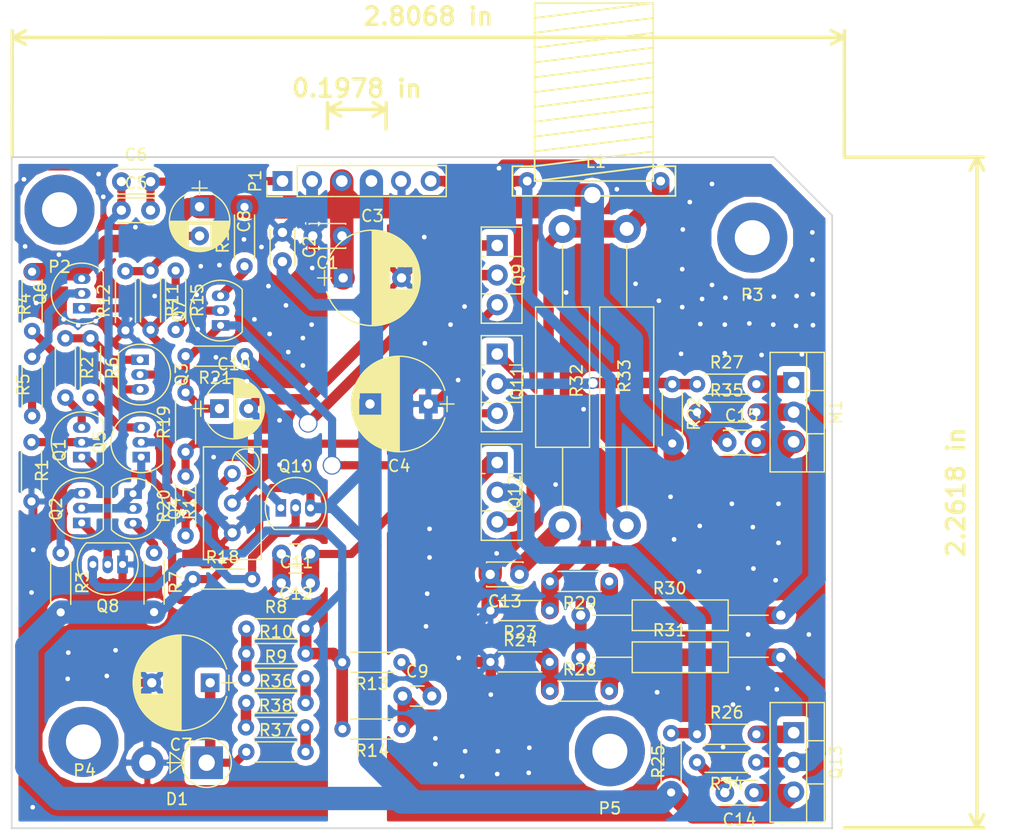
<source format=kicad_pcb>
(kicad_pcb (version 4) (host pcbnew 4.0.4-stable)
  (layers (0 F.Cu signal) (31 B.Cu signal) (34 B.Paste user) (35 F.Paste user) (36 B.SilkS user) (37 F.SilkS user) (38 B.Mask user) (39 F.Mask user) (44 Edge.Cuts user))
  (net 0 "")
  (net 1 /VDD)
  (net 2 GND)
  (net 3 /VSS)
  (net 4 GNDPWR)
  (net 5 "Net-(C5-Pad1)")
  (net 6 /INPUT)
  (net 7 "Net-(C7-Pad1)")
  (net 8 "Net-(C8-Pad2)")
  (net 9 /feedback)
  (net 10 "Net-(C9-Pad2)")
  (net 11 "Net-(C10-Pad1)")
  (net 12 "Net-(C10-Pad2)")
  (net 13 "Net-(C11-Pad1)")
  (net 14 /VAS)
  (net 15 "Net-(C13-Pad1)")
  (net 16 "Net-(C14-Pad2)")
  (net 17 "Net-(C15-Pad1)")
  (net 18 /OUTPUT)
  (net 19 "Net-(M1-Pad1)")
  (net 20 "Net-(M1-Pad2)")
  (net 21 "Net-(Q1-Pad3)")
  (net 22 "Net-(Q2-Pad2)")
  (net 23 "Net-(Q2-Pad3)")
  (net 24 "Net-(Q3-Pad2)")
  (net 25 "Net-(Q3-Pad3)")
  (net 26 "Net-(Q3-Pad1)")
  (net 27 "Net-(Q4-Pad3)")
  (net 28 "Net-(Q5-Pad2)")
  (net 29 "Net-(Q5-Pad3)")
  (net 30 "Net-(Q6-Pad2)")
  (net 31 "Net-(Q7-Pad2)")
  (net 32 "Net-(Q7-Pad3)")
  (net 33 "Net-(Q10-Pad2)")
  (net 34 "Net-(Q9-Pad2)")
  (net 35 "Net-(Q9-Pad3)")
  (net 36 "Net-(Q11-Pad1)")
  (net 37 "Net-(Q11-Pad2)")
  (net 38 "Net-(Q12-Pad1)")
  (net 39 "Net-(Q12-Pad2)")
  (net 40 "Net-(Q13-Pad1)")
  (net 41 "Net-(Q13-Pad2)")
  (net 42 "Net-(R10-Pad1)")
  (net 43 "Net-(R17-Pad1)")
  (net 44 "Net-(R36-Pad2)")
  (net 45 "Net-(R36-Pad1)")
  (net 46 "Net-(R37-Pad2)")
  (module Capacitors_ThroughHole:CP_Radial_D8.0mm_P5.00mm (layer F.Cu) (at 94.125 88.825 180)
    (fp_text reference C4 (at 2.5 -5.31 180) (layer F.SilkS))
    (fp_text value 220u)
    (pad 1 thru_hole rect (at 0 0 180) (size 1.6 1.6) (drill 0.8) (layers *.Cu *.Mask) (net 4 GNDPWR))
    (pad 2 thru_hole circle (at 5 0 180) (size 1.6 1.6) (drill 0.8) (layers *.Cu *.Mask) (net 3 /VSS))
  )
  (module Capacitors_ThroughHole:C_Disc_D3.0mm_W2.0mm_P2.50mm (layer F.Cu) (at 86.725 74.425 180)
    (fp_text reference C1 (at 1.25 -2.31 180) (layer F.SilkS))
    (fp_text value 100n)
    (pad 1 thru_hole circle (at 0 0 180) (size 1.6 1.6) (drill 0.8) (layers *.Cu *.Mask) (net 1 /VDD))
    (pad 2 thru_hole circle (at 2.5 0 180) (size 1.6 1.6) (drill 0.8) (layers *.Cu *.Mask) (net 2 GND))
  )
  (module Capacitors_ThroughHole:C_Disc_D3.0mm_W2.0mm_P2.50mm (layer F.Cu) (at 81.625 74.125 270)
    (fp_text reference C2 (at 1.25 -2.31 270) (layer F.SilkS))
    (fp_text value 100n)
    (pad 1 thru_hole circle (at 0 0 270) (size 1.6 1.6) (drill 0.8) (layers *.Cu *.Mask) (net 2 GND))
    (pad 2 thru_hole circle (at 2.5 0 270) (size 1.6 1.6) (drill 0.8) (layers *.Cu *.Mask) (net 3 /VSS))
  )
  (module Capacitors_ThroughHole:CP_Radial_D8.0mm_P5.00mm (layer F.Cu) (at 86.825 78.025)
    (fp_text reference C3 (at 2.5 -5.31) (layer F.SilkS))
    (fp_text value 220u)
    (pad 1 thru_hole rect (at 0 0) (size 1.6 1.6) (drill 0.8) (layers *.Cu *.Mask) (net 1 /VDD))
    (pad 2 thru_hole circle (at 5 0) (size 1.6 1.6) (drill 0.8) (layers *.Cu *.Mask) (net 4 GNDPWR))
  )
  (module Capacitors_ThroughHole:C_Disc_D3.0mm_W2.0mm_P2.50mm (layer F.Cu) (at 67.825 72.225)
    (fp_text reference C5 (at 1.25 -2.31) (layer F.SilkS))
    (fp_text value 220n)
    (pad 1 thru_hole circle (at 0 0) (size 1.6 1.6) (drill 0.8) (layers *.Cu *.Mask) (net 5 "Net-(C5-Pad1)"))
    (pad 2 thru_hole circle (at 2.5 0) (size 1.6 1.6) (drill 0.8) (layers *.Cu *.Mask) (net 6 /INPUT))
  )
  (module Capacitors_ThroughHole:C_Disc_D3.0mm_W2.0mm_P2.50mm (layer F.Cu) (at 67.825 69.775)
    (fp_text reference C6 (at 1.25 -2.31) (layer F.SilkS))
    (fp_text value 220n)
    (pad 1 thru_hole circle (at 0 0) (size 1.6 1.6) (drill 0.8) (layers *.Cu *.Mask) (net 5 "Net-(C5-Pad1)"))
    (pad 2 thru_hole circle (at 2.5 0) (size 1.6 1.6) (drill 0.8) (layers *.Cu *.Mask) (net 6 /INPUT))
  )
  (module Capacitors_ThroughHole:CP_Radial_D8.0mm_P5.00mm (layer F.Cu) (at 75.429653 112.709069 180)
    (fp_text reference C7 (at 2.5 -5.31 180) (layer F.SilkS))
    (fp_text value 220u)
    (pad 1 thru_hole rect (at 0 0 180) (size 1.6 1.6) (drill 0.8) (layers *.Cu *.Mask) (net 7 "Net-(C7-Pad1)"))
    (pad 2 thru_hole circle (at 5 0 180) (size 1.6 1.6) (drill 0.8) (layers *.Cu *.Mask) (net 2 GND))
  )
  (module Capacitors_ThroughHole:CP_Radial_D5.0mm_P2.50mm (layer F.Cu) (at 74.525 71.925 270)
    (fp_text reference C8 (at 1.25 -3.81 270) (layer F.SilkS))
    (fp_text value 4.7u)
    (pad 1 thru_hole rect (at 0 0 270) (size 1.6 1.6) (drill 0.8) (layers *.Cu *.Mask) (net 1 /VDD))
    (pad 2 thru_hole circle (at 2.5 0 270) (size 1.6 1.6) (drill 0.8) (layers *.Cu *.Mask) (net 8 "Net-(C8-Pad2)"))
  )
  (module Capacitors_ThroughHole:C_Disc_D3.0mm_W1.6mm_P2.50mm (layer F.Cu) (at 91.925 113.85)
    (fp_text reference C9 (at 1.25 -2.11) (layer F.SilkS))
    (fp_text value 15p)
    (pad 1 thru_hole circle (at 0 0) (size 1.6 1.6) (drill 0.8) (layers *.Cu *.Mask) (net 9 /feedback))
    (pad 2 thru_hole circle (at 2.5 0) (size 1.6 1.6) (drill 0.8) (layers *.Cu *.Mask) (net 10 "Net-(C9-Pad2)"))
  )
  (module Capacitors_ThroughHole:CP_Radial_D5.0mm_P2.50mm (layer F.Cu) (at 76.225 89.225)
    (fp_text reference C10 (at 1.25 -3.81) (layer F.SilkS))
    (fp_text value 4.7u)
    (pad 1 thru_hole rect (at 0 0) (size 1.6 1.6) (drill 0.8) (layers *.Cu *.Mask) (net 11 "Net-(C10-Pad1)"))
    (pad 2 thru_hole circle (at 2.5 0) (size 1.6 1.6) (drill 0.8) (layers *.Cu *.Mask) (net 12 "Net-(C10-Pad2)"))
  )
  (module Capacitors_ThroughHole:C_Disc_D3.0mm_W1.6mm_P2.50mm (layer F.Cu) (at 84.025 101.675 180)
    (fp_text reference C11 (at 1.2 -0.7 180) (layer F.SilkS))
    (fp_text value 1n)
    (pad 1 thru_hole circle (at 0 0 180) (size 1.6 1.6) (drill 0.8) (layers *.Cu *.Mask) (net 13 "Net-(C11-Pad1)"))
    (pad 2 thru_hole circle (at 2.5 0 180) (size 1.6 1.6) (drill 0.8) (layers *.Cu *.Mask) (net 14 /VAS))
  )
  (module Capacitors_ThroughHole:C_Disc_D3.0mm_W1.6mm_P2.50mm (layer F.Cu) (at 84.025 104.175 180)
    (fp_text reference C12 (at 1.25 -0.9 180) (layer F.SilkS))
    (fp_text value 1n)
    (pad 1 thru_hole circle (at 0 0 180) (size 1.6 1.6) (drill 0.8) (layers *.Cu *.Mask) (net 13 "Net-(C11-Pad1)"))
    (pad 2 thru_hole circle (at 2.5 0 180) (size 1.6 1.6) (drill 0.8) (layers *.Cu *.Mask) (net 14 /VAS))
  )
  (module Capacitors_ThroughHole:C_Disc_D3.0mm_W2.0mm_P2.50mm (layer F.Cu) (at 101.925 103.425 180)
    (fp_text reference C13 (at 1.25 -2.31 180) (layer F.SilkS))
    (fp_text value 47n)
    (pad 1 thru_hole circle (at 0 0 180) (size 1.6 1.6) (drill 0.8) (layers *.Cu *.Mask) (net 15 "Net-(C13-Pad1)"))
    (pad 2 thru_hole circle (at 2.5 0 180) (size 1.6 1.6) (drill 0.8) (layers *.Cu *.Mask) (net 4 GNDPWR))
  )
  (module Capacitors_ThroughHole:C_Disc_D3.0mm_W2.0mm_P2.50mm (layer F.Cu) (at 122.025 122.125 180)
    (fp_text reference C14 (at 1.25 -2.31 180) (layer F.SilkS))
    (fp_text value 100n)
    (pad 1 thru_hole circle (at 0 0 180) (size 1.6 1.6) (drill 0.8) (layers *.Cu *.Mask) (net 3 /VSS))
    (pad 2 thru_hole circle (at 2.5 0 180) (size 1.6 1.6) (drill 0.8) (layers *.Cu *.Mask) (net 16 "Net-(C14-Pad2)"))
  )
  (module Capacitors_ThroughHole:C_Disc_D3.0mm_W2.0mm_P2.50mm (layer F.Cu) (at 119.725 92.125)
    (fp_text reference C15 (at 1.25 -2.31) (layer F.SilkS))
    (fp_text value 100n)
    (pad 1 thru_hole circle (at 0 0) (size 1.6 1.6) (drill 0.8) (layers *.Cu *.Mask) (net 17 "Net-(C15-Pad1)"))
    (pad 2 thru_hole circle (at 2.5 0) (size 1.6 1.6) (drill 0.8) (layers *.Cu *.Mask) (net 1 /VDD))
  )
  (module Diodes_ThroughHole:D_5W_P5.08mm_Vertical_AnodeUp (layer F.Cu) (at 75.129653 119.559069 180)
    (fp_text reference D1 (at 2.54 -3.114899 180) (layer F.SilkS))
    (fp_text value D1N4148)
    (pad 1 thru_hole rect (at 0 0 180) (size 2.8 2.8) (drill 1.4) (layers *.Cu *.Mask) (net 7 "Net-(C7-Pad1)"))
    (pad 2 thru_hole oval (at 5.08 0 180) (size 2.8 2.8) (drill 1.4) (layers *.Cu *.Mask) (net 2 GND))
  )
  (module Custom_Footprints:Coil_p11mm_L15mm_d10mm (layer F.Cu) (at 102.595 69.725)
    (fp_text reference L1 (at 5.88 -1.65) (layer F.SilkS))
    (fp_text value 1u)
    (pad 1 thru_hole circle (at 0 0) (size 1.524 1.524) (drill 0.762) (layers *.Cu *.Mask) (net 18 /OUTPUT))
    (pad 2 thru_hole circle (at 11.43 0) (size 1.524 1.524) (drill 0.762) (layers *.Cu *.Mask) (net 9 /feedback))
  )
  (module TO_SOT_Packages_THT:TO-220_Vertical (layer F.Cu) (at 125.425 86.985 270)
    (fp_text reference M1 (at 2.54 -3.62 270) (layer F.SilkS))
    (fp_text value IRF9530)
    (pad 1 thru_hole rect (at 0 0 270) (size 1.8 1.8) (drill 1) (layers *.Cu *.Mask) (net 19 "Net-(M1-Pad1)"))
    (pad 2 thru_hole oval (at 2.54 0 270) (size 1.8 1.8) (drill 1) (layers *.Cu *.Mask) (net 20 "Net-(M1-Pad2)"))
    (pad 3 thru_hole oval (at 5.08 0 270) (size 1.8 1.8) (drill 1) (layers *.Cu *.Mask) (net 1 /VDD))
  )
  (module Pin_Headers:Pin_Header_Straight_1x06_Pitch2.54mm (layer F.Cu) (at 81.625 69.725 90)
    (fp_text reference P1 (at 0 -2.33 90) (layer F.SilkS))
    (fp_text value CONN_01X06)
    (pad 1 thru_hole rect (at 0 0 90) (size 1.7 1.7) (drill 1) (layers *.Cu *.Mask) (net 6 /INPUT))
    (pad 2 thru_hole oval (at 0 2.54 90) (size 1.7 1.7) (drill 1) (layers *.Cu *.Mask) (net 2 GND))
    (pad 3 thru_hole oval (at 0 5.08 90) (size 1.7 1.7) (drill 1) (layers *.Cu *.Mask) (net 1 /VDD))
    (pad 4 thru_hole oval (at 0 7.62 90) (size 1.7 1.7) (drill 1) (layers *.Cu *.Mask) (net 3 /VSS))
    (pad 5 thru_hole oval (at 0 10.16 90) (size 1.7 1.7) (drill 1) (layers *.Cu *.Mask) (net 4 GNDPWR))
    (pad 6 thru_hole oval (at 0 12.7 90) (size 1.7 1.7) (drill 1) (layers *.Cu *.Mask) (net 18 /OUTPUT))
  )
  (module Custom_Holes:Mounting_D3mm_Pad1mm_totd6mm (layer F.Cu) (at 62.525 72.175)
    (fp_text reference P2 (at 0 4.9) (layer F.SilkS))
    (fp_text value CONN_01X01)
    (pad 1 thru_hole circle (at 0 0) (size 6 6) (drill 3) (layers *.Cu *.Mask))
  )
  (module Custom_Holes:Mounting_D3mm_Pad1mm_totd6mm (layer F.Cu) (at 121.875 74.575)
    (fp_text reference P3 (at 0 4.9) (layer F.SilkS))
    (fp_text value CONN_01X01)
    (pad 1 thru_hole circle (at 0 0) (size 6 6) (drill 3) (layers *.Cu *.Mask))
  )
  (module Custom_Holes:Mounting_D3mm_Pad1mm_totd6mm (layer F.Cu) (at 64.575 117.775)
    (fp_text reference P4 (at 0.1 2.45) (layer F.SilkS))
    (fp_text value CONN_01X01)
    (pad 1 thru_hole circle (at 0 0) (size 6 6) (drill 3) (layers *.Cu *.Mask))
  )
  (module Custom_Holes:Mounting_D3mm_Pad1mm_totd6mm (layer F.Cu) (at 109.675 118.575)
    (fp_text reference P5 (at 0 4.9) (layer F.SilkS))
    (fp_text value CONN_01X01)
    (pad 1 thru_hole circle (at 0 0) (size 6 6) (drill 3) (layers *.Cu *.Mask))
  )
  (module TO_SOT_Packages_THT:TO-92_Inline_Narrow_Oval (layer F.Cu) (at 64.425 93.375 90)
    (fp_text reference Q1 (at 0.6 -1.9 90) (layer F.SilkS))
    (fp_text value BC556)
    (pad 2 thru_hole oval (at 1.27 0 270) (size 0.9 1.5) (drill 0.6) (layers *.Cu *.Mask) (net 5 "Net-(C5-Pad1)"))
    (pad 3 thru_hole oval (at 2.54 0 270) (size 0.9 1.5) (drill 0.6) (layers *.Cu *.Mask) (net 21 "Net-(Q1-Pad3)"))
    (pad 1 thru_hole rect (at 0 0 270) (size 0.9 1.5) (drill 0.6) (layers *.Cu *.Mask) (net 14 /VAS))
  )
  (module TO_SOT_Packages_THT:TO-92_Inline_Narrow_Oval (layer F.Cu) (at 64.425 99.015 90)
    (fp_text reference Q2 (at 1.19 -2.2 90) (layer F.SilkS))
    (fp_text value BC546)
    (pad 2 thru_hole oval (at 1.27 0 270) (size 0.9 1.5) (drill 0.6) (layers *.Cu *.Mask) (net 22 "Net-(Q2-Pad2)"))
    (pad 3 thru_hole oval (at 2.54 0 270) (size 0.9 1.5) (drill 0.6) (layers *.Cu *.Mask) (net 23 "Net-(Q2-Pad3)"))
    (pad 1 thru_hole rect (at 0 0 270) (size 0.9 1.5) (drill 0.6) (layers *.Cu *.Mask) (net 14 /VAS))
  )
  (module TO_SOT_Packages_THT:TO-92_Inline_Narrow_Oval (layer F.Cu) (at 69.425 85.035 270)
    (fp_text reference Q3 (at 1.27 -3.56 270) (layer F.SilkS))
    (fp_text value BC556)
    (pad 2 thru_hole oval (at 1.27 0 90) (size 0.9 1.5) (drill 0.6) (layers *.Cu *.Mask) (net 24 "Net-(Q3-Pad2)"))
    (pad 3 thru_hole oval (at 2.54 0 90) (size 0.9 1.5) (drill 0.6) (layers *.Cu *.Mask) (net 25 "Net-(Q3-Pad3)"))
    (pad 1 thru_hole rect (at 0 0 90) (size 0.9 1.5) (drill 0.6) (layers *.Cu *.Mask) (net 26 "Net-(Q3-Pad1)"))
  )
  (module TO_SOT_Packages_THT:TO-92_Inline_Narrow_Oval (layer F.Cu) (at 68.825 96.505 270)
    (fp_text reference Q4 (at 1.27 -3.56 270) (layer F.SilkS))
    (fp_text value BC546)
    (pad 2 thru_hole oval (at 1.27 0 90) (size 0.9 1.5) (drill 0.6) (layers *.Cu *.Mask) (net 22 "Net-(Q2-Pad2)"))
    (pad 3 thru_hole oval (at 2.54 0 90) (size 0.9 1.5) (drill 0.6) (layers *.Cu *.Mask) (net 27 "Net-(Q4-Pad3)"))
    (pad 1 thru_hole rect (at 0 0 90) (size 0.9 1.5) (drill 0.6) (layers *.Cu *.Mask) (net 22 "Net-(Q2-Pad2)"))
  )
  (module TO_SOT_Packages_THT:TO-92_Inline_Narrow_Oval (layer F.Cu) (at 69.525 93.375 90)
    (fp_text reference Q5 (at 1.27 -3.56 90) (layer F.SilkS))
    (fp_text value BC556)
    (pad 2 thru_hole oval (at 1.27 0 270) (size 0.9 1.5) (drill 0.6) (layers *.Cu *.Mask) (net 28 "Net-(Q5-Pad2)"))
    (pad 3 thru_hole oval (at 2.54 0 270) (size 0.9 1.5) (drill 0.6) (layers *.Cu *.Mask) (net 29 "Net-(Q5-Pad3)"))
    (pad 1 thru_hole rect (at 0 0 270) (size 0.9 1.5) (drill 0.6) (layers *.Cu *.Mask) (net 22 "Net-(Q2-Pad2)"))
  )
  (module TO_SOT_Packages_THT:TO-92_Inline_Narrow_Oval (layer F.Cu) (at 64.425 80.625 90)
    (fp_text reference Q6 (at 1.27 -3.56 90) (layer F.SilkS))
    (fp_text value BC556)
    (pad 2 thru_hole oval (at 1.27 0 270) (size 0.9 1.5) (drill 0.6) (layers *.Cu *.Mask) (net 30 "Net-(Q6-Pad2)"))
    (pad 3 thru_hole oval (at 2.54 0 270) (size 0.9 1.5) (drill 0.6) (layers *.Cu *.Mask) (net 1 /VDD))
    (pad 1 thru_hole rect (at 0 0 270) (size 0.9 1.5) (drill 0.6) (layers *.Cu *.Mask) (net 24 "Net-(Q3-Pad2)"))
  )
  (module TO_SOT_Packages_THT:TO-92_Inline_Narrow_Oval (layer F.Cu) (at 76.325 82.095 90)
    (fp_text reference Q7 (at 1.27 -3.56 90) (layer F.SilkS))
    (fp_text value BC556)
    (pad 2 thru_hole oval (at 1.27 0 270) (size 0.9 1.5) (drill 0.6) (layers *.Cu *.Mask) (net 31 "Net-(Q7-Pad2)"))
    (pad 3 thru_hole oval (at 2.54 0 270) (size 0.9 1.5) (drill 0.6) (layers *.Cu *.Mask) (net 32 "Net-(Q7-Pad3)"))
    (pad 1 thru_hole rect (at 0 0 270) (size 0.9 1.5) (drill 0.6) (layers *.Cu *.Mask) (net 11 "Net-(C10-Pad1)"))
  )
  (module TO_SOT_Packages_THT:TO-92_Inline_Narrow_Oval (layer F.Cu) (at 67.925 102.575 180)
    (fp_text reference Q8 (at 1.27 -3.56 180) (layer F.SilkS))
    (fp_text value BC546)
    (pad 2 thru_hole oval (at 1.27 0) (size 0.9 1.5) (drill 0.6) (layers *.Cu *.Mask) (net 14 /VAS))
    (pad 3 thru_hole oval (at 2.54 0) (size 0.9 1.5) (drill 0.6) (layers *.Cu *.Mask) (net 33 "Net-(Q10-Pad2)"))
    (pad 1 thru_hole rect (at 0 0) (size 0.9 1.5) (drill 0.6) (layers *.Cu *.Mask) (net 2 GND))
  )
  (module TO_SOT_Packages_THT:TO-126_Vertical (layer F.Cu) (at 100.025 75.245 270)
    (fp_text reference Q9 (at 2.54 -1.8 270) (layer F.SilkS))
    (fp_text value BD135)
    (pad 1 thru_hole rect (at 0 0 270) (size 1.8 1.8) (drill 1) (layers *.Cu *.Mask) (net 12 "Net-(C10-Pad2)"))
    (pad 2 thru_hole oval (at 2.54 0 270) (size 1.8 1.8) (drill 1) (layers *.Cu *.Mask) (net 34 "Net-(Q9-Pad2)"))
    (pad 3 thru_hole oval (at 5.08 0 270) (size 1.8 1.8) (drill 1) (layers *.Cu *.Mask) (net 35 "Net-(Q9-Pad3)"))
  )
  (module TO_SOT_Packages_THT:TO-92_Inline_Narrow_Oval (layer F.Cu) (at 81.485 97.725)
    (fp_text reference Q10 (at 1.27 -3.56) (layer F.SilkS))
    (fp_text value BC546)
    (pad 2 thru_hole oval (at 1.27 0 180) (size 0.9 1.5) (drill 0.6) (layers *.Cu *.Mask) (net 33 "Net-(Q10-Pad2)"))
    (pad 3 thru_hole oval (at 2.54 0 180) (size 0.9 1.5) (drill 0.6) (layers *.Cu *.Mask) (net 3 /VSS))
    (pad 1 thru_hole rect (at 0 0 180) (size 0.9 1.5) (drill 0.6) (layers *.Cu *.Mask) (net 12 "Net-(C10-Pad2)"))
  )
  (module TO_SOT_Packages_THT:TO-126_Vertical (layer F.Cu) (at 100.025 84.545 270)
    (fp_text reference Q11 (at 2.48 -1.7 270) (layer F.SilkS))
    (fp_text value BD135)
    (pad 1 thru_hole rect (at 0 0 270) (size 1.8 1.8) (drill 1) (layers *.Cu *.Mask) (net 36 "Net-(Q11-Pad1)"))
    (pad 2 thru_hole oval (at 2.54 0 270) (size 1.8 1.8) (drill 1) (layers *.Cu *.Mask) (net 37 "Net-(Q11-Pad2)"))
    (pad 3 thru_hole oval (at 5.08 0 270) (size 1.8 1.8) (drill 1) (layers *.Cu *.Mask) (net 11 "Net-(C10-Pad1)"))
  )
  (module TO_SOT_Packages_THT:TO-126_Vertical (layer F.Cu) (at 100.025 93.845 270)
    (fp_text reference Q12 (at 2.5 -1.5 270) (layer F.SilkS))
    (fp_text value BD136)
    (pad 1 thru_hole rect (at 0 0 270) (size 1.8 1.8) (drill 1) (layers *.Cu *.Mask) (net 38 "Net-(Q12-Pad1)"))
    (pad 2 thru_hole oval (at 2.54 0 270) (size 1.8 1.8) (drill 1) (layers *.Cu *.Mask) (net 39 "Net-(Q12-Pad2)"))
    (pad 3 thru_hole oval (at 5.08 0 270) (size 1.8 1.8) (drill 1) (layers *.Cu *.Mask) (net 13 "Net-(C11-Pad1)"))
  )
  (module TO_SOT_Packages_THT:TO-220_Vertical (layer F.Cu) (at 125.425 116.985 270)
    (fp_text reference Q13 (at 2.54 -3.62 270) (layer F.SilkS))
    (fp_text value IRF530)
    (pad 1 thru_hole rect (at 0 0 270) (size 1.8 1.8) (drill 1) (layers *.Cu *.Mask) (net 40 "Net-(Q13-Pad1)"))
    (pad 2 thru_hole oval (at 2.54 0 270) (size 1.8 1.8) (drill 1) (layers *.Cu *.Mask) (net 41 "Net-(Q13-Pad2)"))
    (pad 3 thru_hole oval (at 5.08 0 270) (size 1.8 1.8) (drill 1) (layers *.Cu *.Mask) (net 3 /VSS))
  )
  (module Resistors_ThroughHole:R_Axial_DIN0204_L3.6mm_D1.6mm_P5.08mm_Horizontal (layer F.Cu) (at 60.125 92.095 270)
    (fp_text reference R1 (at 2.43 -0.9 270) (layer F.SilkS))
    (fp_text value 47k)
    (pad 1 thru_hole circle (at 0 0 270) (size 1.4 1.4) (drill 0.7) (layers *.Cu *.Mask) (net 5 "Net-(C5-Pad1)"))
    (pad 2 thru_hole oval (at 5.08 0 270) (size 1.4 1.4) (drill 0.7) (layers *.Cu *.Mask) (net 2 GND))
  )
  (module Resistors_ThroughHole:R_Axial_DIN0204_L3.6mm_D1.6mm_P5.08mm_Horizontal (layer F.Cu) (at 63.025 83.195 270)
    (fp_text reference R2 (at 2.54 -1.86 270) (layer F.SilkS))
    (fp_text value 100)
    (pad 1 thru_hole circle (at 0 0 270) (size 1.4 1.4) (drill 0.7) (layers *.Cu *.Mask) (net 26 "Net-(Q3-Pad1)"))
    (pad 2 thru_hole oval (at 5.08 0 270) (size 1.4 1.4) (drill 0.7) (layers *.Cu *.Mask) (net 21 "Net-(Q1-Pad3)"))
  )
  (module Resistors_ThroughHole:R_Axial_DIN0204_L3.6mm_D1.6mm_P5.08mm_Horizontal (layer F.Cu) (at 62.625 101.595 270)
    (fp_text reference R3 (at 2.54 -1.86 270) (layer F.SilkS))
    (fp_text value 68)
    (pad 1 thru_hole circle (at 0 0 270) (size 1.4 1.4) (drill 0.7) (layers *.Cu *.Mask) (net 23 "Net-(Q2-Pad3)"))
    (pad 2 thru_hole oval (at 5.08 0 270) (size 1.4 1.4) (drill 0.7) (layers *.Cu *.Mask) (net 3 /VSS))
  )
  (module Resistors_ThroughHole:R_Axial_DIN0204_L3.6mm_D1.6mm_P5.08mm_Horizontal (layer F.Cu) (at 60.175 82.575 90)
    (fp_text reference R4 (at 2.3 -0.65 90) (layer F.SilkS))
    (fp_text value 150)
    (pad 1 thru_hole circle (at 0 0 90) (size 1.4 1.4) (drill 0.7) (layers *.Cu *.Mask) (net 25 "Net-(Q3-Pad3)"))
    (pad 2 thru_hole oval (at 5.08 0 90) (size 1.4 1.4) (drill 0.7) (layers *.Cu *.Mask) (net 1 /VDD))
  )
  (module Resistors_ThroughHole:R_Axial_DIN0204_L3.6mm_D1.6mm_P5.08mm_Horizontal (layer F.Cu) (at 60.175 89.855 90)
    (fp_text reference R5 (at 2.68 -0.75 90) (layer F.SilkS))
    (fp_text value 1k)
    (pad 1 thru_hole circle (at 0 0 90) (size 1.4 1.4) (drill 0.7) (layers *.Cu *.Mask) (net 25 "Net-(Q3-Pad3)"))
    (pad 2 thru_hole oval (at 5.08 0 90) (size 1.4 1.4) (drill 0.7) (layers *.Cu *.Mask) (net 30 "Net-(Q6-Pad2)"))
  )
  (module Resistors_ThroughHole:R_Axial_DIN0204_L3.6mm_D1.6mm_P5.08mm_Horizontal (layer F.Cu) (at 65.175 83.195 270)
    (fp_text reference R6 (at 2.54 -1.86 270) (layer F.SilkS))
    (fp_text value 100)
    (pad 1 thru_hole circle (at 0 0 270) (size 1.4 1.4) (drill 0.7) (layers *.Cu *.Mask) (net 26 "Net-(Q3-Pad1)"))
    (pad 2 thru_hole oval (at 5.08 0 270) (size 1.4 1.4) (drill 0.7) (layers *.Cu *.Mask) (net 29 "Net-(Q5-Pad3)"))
  )
  (module Resistors_ThroughHole:R_Axial_DIN0204_L3.6mm_D1.6mm_P5.08mm_Horizontal (layer F.Cu) (at 70.625 101.575 270)
    (fp_text reference R7 (at 2.54 -1.86 270) (layer F.SilkS))
    (fp_text value 68)
    (pad 1 thru_hole circle (at 0 0 270) (size 1.4 1.4) (drill 0.7) (layers *.Cu *.Mask) (net 27 "Net-(Q4-Pad3)"))
    (pad 2 thru_hole oval (at 5.08 0 270) (size 1.4 1.4) (drill 0.7) (layers *.Cu *.Mask) (net 3 /VSS))
  )
  (module Resistors_ThroughHole:R_Axial_DIN0204_L3.6mm_D1.6mm_P5.08mm_Horizontal (layer F.Cu) (at 78.529653 108.084069)
    (fp_text reference R8 (at 2.54 -1.86) (layer F.SilkS))
    (fp_text value 4.7k)
    (pad 1 thru_hole circle (at 0 0) (size 1.4 1.4) (drill 0.7) (layers *.Cu *.Mask) (net 42 "Net-(R10-Pad1)"))
    (pad 2 thru_hole oval (at 5.08 0) (size 1.4 1.4) (drill 0.7) (layers *.Cu *.Mask) (net 28 "Net-(Q5-Pad2)"))
  )
  (module Resistors_ThroughHole:R_Axial_DIN0204_L3.6mm_D1.6mm_P5.08mm_Horizontal (layer F.Cu) (at 78.524653 112.334069)
    (fp_text reference R9 (at 2.54 -1.86) (layer F.SilkS))
    (fp_text value 100)
    (pad 1 thru_hole circle (at 0 0) (size 1.4 1.4) (drill 0.7) (layers *.Cu *.Mask) (net 42 "Net-(R10-Pad1)"))
    (pad 2 thru_hole oval (at 5.08 0) (size 1.4 1.4) (drill 0.7) (layers *.Cu *.Mask) (net 44 "Net-(R36-Pad2)"))
  )
  (module Resistors_ThroughHole:R_Axial_DIN0204_L3.6mm_D1.6mm_P5.08mm_Horizontal (layer F.Cu) (at 78.529653 110.209069)
    (fp_text reference R10 (at 2.54 -1.86) (layer F.SilkS))
    (fp_text value 4.7k)
    (pad 1 thru_hole circle (at 0 0) (size 1.4 1.4) (drill 0.7) (layers *.Cu *.Mask) (net 42 "Net-(R10-Pad1)"))
    (pad 2 thru_hole oval (at 5.08 0) (size 1.4 1.4) (drill 0.7) (layers *.Cu *.Mask) (net 28 "Net-(Q5-Pad2)"))
  )
  (module Resistors_ThroughHole:R_Axial_DIN0204_L3.6mm_D1.6mm_P5.08mm_Horizontal (layer F.Cu) (at 70.325 77.395 270)
    (fp_text reference R11 (at 2.54 -1.86 270) (layer F.SilkS))
    (fp_text value 10k)
    (pad 1 thru_hole circle (at 0 0 270) (size 1.4 1.4) (drill 0.7) (layers *.Cu *.Mask) (net 8 "Net-(C8-Pad2)"))
    (pad 2 thru_hole oval (at 5.08 0 270) (size 1.4 1.4) (drill 0.7) (layers *.Cu *.Mask) (net 24 "Net-(Q3-Pad2)"))
  )
  (module Resistors_ThroughHole:R_Axial_DIN0204_L3.6mm_D1.6mm_P5.08mm_Horizontal (layer F.Cu) (at 68.175 82.525 90)
    (fp_text reference R12 (at 2.54 -1.86 90) (layer F.SilkS))
    (fp_text value 10k)
    (pad 1 thru_hole circle (at 0 0 90) (size 1.4 1.4) (drill 0.7) (layers *.Cu *.Mask) (net 2 GND))
    (pad 2 thru_hole oval (at 5.08 0 90) (size 1.4 1.4) (drill 0.7) (layers *.Cu *.Mask) (net 8 "Net-(C8-Pad2)"))
  )
  (module Resistors_ThroughHole:R_Axial_DIN0204_L3.6mm_D1.6mm_P5.08mm_Horizontal (layer F.Cu) (at 91.825 110.95 180)
    (fp_text reference R13 (at 2.54 -1.86 180) (layer F.SilkS))
    (fp_text value 330)
    (pad 1 thru_hole circle (at 0 0 180) (size 1.4 1.4) (drill 0.7) (layers *.Cu *.Mask) (net 10 "Net-(C9-Pad2)"))
    (pad 2 thru_hole oval (at 5.08 0 180) (size 1.4 1.4) (drill 0.7) (layers *.Cu *.Mask) (net 28 "Net-(Q5-Pad2)"))
  )
  (module Resistors_ThroughHole:R_Axial_DIN0204_L3.6mm_D1.6mm_P5.08mm_Horizontal (layer F.Cu) (at 91.85 116.675 180)
    (fp_text reference R14 (at 2.54 -1.86 180) (layer F.SilkS))
    (fp_text value 33k)
    (pad 1 thru_hole circle (at 0 0 180) (size 1.4 1.4) (drill 0.7) (layers *.Cu *.Mask) (net 9 /feedback))
    (pad 2 thru_hole oval (at 5.08 0 180) (size 1.4 1.4) (drill 0.7) (layers *.Cu *.Mask) (net 28 "Net-(Q5-Pad2)"))
  )
  (module Resistors_ThroughHole:R_Axial_DIN0204_L3.6mm_D1.6mm_P5.08mm_Horizontal (layer F.Cu) (at 72.475 77.395 270)
    (fp_text reference R15 (at 2.54 -1.86 270) (layer F.SilkS))
    (fp_text value 2.2k)
    (pad 1 thru_hole circle (at 0 0 270) (size 1.4 1.4) (drill 0.7) (layers *.Cu *.Mask) (net 24 "Net-(Q3-Pad2)"))
    (pad 2 thru_hole oval (at 5.08 0 270) (size 1.4 1.4) (drill 0.7) (layers *.Cu *.Mask) (net 31 "Net-(Q7-Pad2)"))
  )
  (module Resistors_ThroughHole:R_Axial_DIN0204_L3.6mm_D1.6mm_P5.08mm_Horizontal (layer F.Cu) (at 78.375 77.025 90)
    (fp_text reference R16 (at 2.54 -1.86 90) (layer F.SilkS))
    (fp_text value 100)
    (pad 1 thru_hole circle (at 0 0 90) (size 1.4 1.4) (drill 0.7) (layers *.Cu *.Mask) (net 32 "Net-(Q7-Pad3)"))
    (pad 2 thru_hole oval (at 5.08 0 90) (size 1.4 1.4) (drill 0.7) (layers *.Cu *.Mask) (net 1 /VDD))
  )
  (module Potentiometers:Potentiometer_Trimmer_Bourns_3296W (layer F.Cu) (at 77.325 94.785 90)
    (fp_text reference R17 (at -2.54 -3.66 90) (layer F.SilkS))
    (fp_text value 670)
    (pad 1 thru_hole circle (at 0 0 90) (size 1.44 1.44) (drill 0.8) (layers *.Cu *.Mask) (net 43 "Net-(R17-Pad1)"))
    (pad 2 thru_hole circle (at -2.54 0 90) (size 1.44 1.44) (drill 0.8) (layers *.Cu *.Mask) (net 12 "Net-(C10-Pad2)"))
    (pad 3 thru_hole circle (at -5.08 0 90) (size 1.44 1.44) (drill 0.8) (layers *.Cu *.Mask) (net 2 GND))
  )
  (module Resistors_ThroughHole:R_Axial_DIN0204_L3.6mm_D1.6mm_P5.08mm_Horizontal (layer F.Cu) (at 73.945 103.825)
    (fp_text reference R18 (at 2.54 -1.86) (layer F.SilkS))
    (fp_text value 1k)
    (pad 1 thru_hole circle (at 0 0) (size 1.4 1.4) (drill 0.7) (layers *.Cu *.Mask) (net 3 /VSS))
    (pad 2 thru_hole oval (at 5.08 0) (size 1.4 1.4) (drill 0.7) (layers *.Cu *.Mask) (net 33 "Net-(Q10-Pad2)"))
  )
  (module Resistors_ThroughHole:R_Axial_DIN0204_L3.6mm_D1.6mm_P5.08mm_Horizontal (layer F.Cu) (at 73.325 92.925 90)
    (fp_text reference R19 (at 2.54 -1.86 90) (layer F.SilkS))
    (fp_text value 1k)
    (pad 1 thru_hole circle (at 0 0 90) (size 1.4 1.4) (drill 0.7) (layers *.Cu *.Mask) (net 35 "Net-(Q9-Pad3)"))
    (pad 2 thru_hole oval (at 5.08 0 90) (size 1.4 1.4) (drill 0.7) (layers *.Cu *.Mask) (net 11 "Net-(C10-Pad1)"))
  )
  (module Resistors_ThroughHole:R_Axial_DIN0204_L3.6mm_D1.6mm_P5.08mm_Horizontal (layer F.Cu) (at 73.325 100.105 90)
    (fp_text reference R20 (at 2.54 -1.86 90) (layer F.SilkS))
    (fp_text value 220)
    (pad 1 thru_hole circle (at 0 0 90) (size 1.4 1.4) (drill 0.7) (layers *.Cu *.Mask) (net 43 "Net-(R17-Pad1)"))
    (pad 2 thru_hole oval (at 5.08 0 90) (size 1.4 1.4) (drill 0.7) (layers *.Cu *.Mask) (net 35 "Net-(Q9-Pad3)"))
  )
  (module Resistors_ThroughHole:R_Axial_DIN0204_L3.6mm_D1.6mm_P5.08mm_Horizontal (layer F.Cu) (at 78.405 84.725 180)
    (fp_text reference R21 (at 2.54 -1.86 180) (layer F.SilkS))
    (fp_text value 15)
    (pad 1 thru_hole circle (at 0 0 180) (size 1.4 1.4) (drill 0.7) (layers *.Cu *.Mask) (net 34 "Net-(Q9-Pad2)"))
    (pad 2 thru_hole oval (at 5.08 0 180) (size 1.4 1.4) (drill 0.7) (layers *.Cu *.Mask) (net 11 "Net-(C10-Pad1)"))
  )
  (module Resistors_ThroughHole:R_Axial_DIN0204_L3.6mm_D1.6mm_P5.08mm_Horizontal (layer F.Cu) (at 115.025 87.125 270)
    (fp_text reference R22 (at 2.54 -1.86 270) (layer F.SilkS))
    (fp_text value 1k)
    (pad 1 thru_hole circle (at 0 0 270) (size 1.4 1.4) (drill 0.7) (layers *.Cu *.Mask) (net 37 "Net-(Q11-Pad2)"))
    (pad 2 thru_hole oval (at 5.08 0 270) (size 1.4 1.4) (drill 0.7) (layers *.Cu *.Mask) (net 1 /VDD))
  )
  (module Resistors_ThroughHole:R_Axial_DIN0204_L3.6mm_D1.6mm_P5.08mm_Horizontal (layer F.Cu) (at 104.525 106.525 180)
    (fp_text reference R23 (at 2.54 -1.86 180) (layer F.SilkS))
    (fp_text value 47)
    (pad 1 thru_hole circle (at 0 0 180) (size 1.4 1.4) (drill 0.7) (layers *.Cu *.Mask) (net 36 "Net-(Q11-Pad1)"))
    (pad 2 thru_hole oval (at 5.08 0 180) (size 1.4 1.4) (drill 0.7) (layers *.Cu *.Mask) (net 4 GNDPWR))
  )
  (module Resistors_ThroughHole:R_Axial_DIN0204_L3.6mm_D1.6mm_P5.08mm_Horizontal (layer F.Cu) (at 99.445 110.925)
    (fp_text reference R24 (at 2.54 -1.86) (layer F.SilkS))
    (fp_text value 47)
    (pad 1 thru_hole circle (at 0 0) (size 1.4 1.4) (drill 0.7) (layers *.Cu *.Mask) (net 4 GNDPWR))
    (pad 2 thru_hole oval (at 5.08 0) (size 1.4 1.4) (drill 0.7) (layers *.Cu *.Mask) (net 38 "Net-(Q12-Pad1)"))
  )
  (module Resistors_ThroughHole:R_Axial_DIN0204_L3.6mm_D1.6mm_P5.08mm_Horizontal (layer F.Cu) (at 114.925 122.105 90)
    (fp_text reference R25 (at 2.63 -1.1 90) (layer F.SilkS))
    (fp_text value 1k)
    (pad 1 thru_hole circle (at 0 0 90) (size 1.4 1.4) (drill 0.7) (layers *.Cu *.Mask) (net 3 /VSS))
    (pad 2 thru_hole oval (at 5.08 0 90) (size 1.4 1.4) (drill 0.7) (layers *.Cu *.Mask) (net 39 "Net-(Q12-Pad2)"))
  )
  (module Resistors_ThroughHole:R_Axial_DIN0204_L3.6mm_D1.6mm_P5.08mm_Horizontal (layer F.Cu) (at 117.145 117.125)
    (fp_text reference R26 (at 2.54 -1.86) (layer F.SilkS))
    (fp_text value 100)
    (pad 1 thru_hole circle (at 0 0) (size 1.4 1.4) (drill 0.7) (layers *.Cu *.Mask) (net 39 "Net-(Q12-Pad2)"))
    (pad 2 thru_hole oval (at 5.08 0) (size 1.4 1.4) (drill 0.7) (layers *.Cu *.Mask) (net 40 "Net-(Q13-Pad1)"))
  )
  (module Resistors_ThroughHole:R_Axial_DIN0204_L3.6mm_D1.6mm_P5.08mm_Horizontal (layer F.Cu) (at 117.145 87.125)
    (fp_text reference R27 (at 2.54 -1.86) (layer F.SilkS))
    (fp_text value 100)
    (pad 1 thru_hole circle (at 0 0) (size 1.4 1.4) (drill 0.7) (layers *.Cu *.Mask) (net 37 "Net-(Q11-Pad2)"))
    (pad 2 thru_hole oval (at 5.08 0) (size 1.4 1.4) (drill 0.7) (layers *.Cu *.Mask) (net 19 "Net-(M1-Pad1)"))
  )
  (module Resistors_ThroughHole:R_Axial_DIN0204_L3.6mm_D1.6mm_P5.08mm_Horizontal (layer F.Cu) (at 104.545 113.425)
    (fp_text reference R28 (at 2.54 -1.86) (layer F.SilkS))
    (fp_text value 47)
    (pad 1 thru_hole circle (at 0 0) (size 1.4 1.4) (drill 0.7) (layers *.Cu *.Mask) (net 38 "Net-(Q12-Pad1)"))
    (pad 2 thru_hole oval (at 5.08 0) (size 1.4 1.4) (drill 0.7) (layers *.Cu *.Mask) (net 41 "Net-(Q13-Pad2)"))
  )
  (module Resistors_ThroughHole:R_Axial_DIN0204_L3.6mm_D1.6mm_P5.08mm_Horizontal (layer F.Cu) (at 109.625 104.025 180)
    (fp_text reference R29 (at 2.54 -1.86 180) (layer F.SilkS))
    (fp_text value 47)
    (pad 1 thru_hole circle (at 0 0 180) (size 1.4 1.4) (drill 0.7) (layers *.Cu *.Mask) (net 20 "Net-(M1-Pad2)"))
    (pad 2 thru_hole oval (at 5.08 0 180) (size 1.4 1.4) (drill 0.7) (layers *.Cu *.Mask) (net 36 "Net-(Q11-Pad1)"))
  )
  (module Custom_Footprints:R_Axial_DIN0207_L6.3mm_D2.5mm_P17.15mm_Horizontal (layer F.Cu) (at 107.18 106.925)
    (fp_text reference R30 (at 7.62 -2.31) (layer F.SilkS))
    (fp_text value 0.22)
    (pad 1 thru_hole circle (at 0 0) (size 1.6 1.6) (drill 0.8) (layers *.Cu *.Mask) (net 9 /feedback))
    (pad 2 thru_hole oval (at 17.145 0) (size 1.6 1.6) (drill 0.8) (layers *.Cu *.Mask) (net 20 "Net-(M1-Pad2)"))
  )
  (module Custom_Footprints:R_Axial_DIN0207_L6.3mm_D2.5mm_P17.15mm_Horizontal (layer F.Cu) (at 107.18 110.525)
    (fp_text reference R31 (at 7.62 -2.31) (layer F.SilkS))
    (fp_text value 0.22)
    (pad 1 thru_hole circle (at 0 0) (size 1.6 1.6) (drill 0.8) (layers *.Cu *.Mask) (net 9 /feedback))
    (pad 2 thru_hole oval (at 17.145 0) (size 1.6 1.6) (drill 0.8) (layers *.Cu *.Mask) (net 41 "Net-(Q13-Pad2)"))
  )
  (module Resistors_ThroughHole:R_Axial_DIN0414_L11.9mm_D4.5mm_P25.40mm_Horizontal (layer F.Cu) (at 105.625 73.825 270)
    (fp_text reference R32 (at 13 -1.2 270) (layer F.SilkS))
    (fp_text value 10)
    (pad 1 thru_hole circle (at 0 0 270) (size 2.4 2.4) (drill 1.2) (layers *.Cu *.Mask) (net 9 /feedback))
    (pad 2 thru_hole oval (at 25.4 0 270) (size 2.4 2.4) (drill 1.2) (layers *.Cu *.Mask) (net 15 "Net-(C13-Pad1)"))
  )
  (module Resistors_ThroughHole:R_Axial_DIN0414_L11.9mm_D4.5mm_P25.40mm_Horizontal (layer F.Cu) (at 111.125 99.225 90)
    (fp_text reference R33 (at 12.8 -0.2 90) (layer F.SilkS))
    (fp_text value 10)
    (pad 1 thru_hole circle (at 0 0 90) (size 2.4 2.4) (drill 1.2) (layers *.Cu *.Mask) (net 18 /OUTPUT))
    (pad 2 thru_hole oval (at 25.4 0 90) (size 2.4 2.4) (drill 1.2) (layers *.Cu *.Mask) (net 9 /feedback))
  )
  (module Resistors_ThroughHole:R_Axial_DIN0204_L3.6mm_D1.6mm_P5.08mm_Horizontal (layer F.Cu) (at 122.225 119.525 180)
    (fp_text reference R34 (at 2.54 -1.86 180) (layer F.SilkS))
    (fp_text value 1k)
    (pad 1 thru_hole circle (at 0 0 180) (size 1.4 1.4) (drill 0.7) (layers *.Cu *.Mask) (net 41 "Net-(Q13-Pad2)"))
    (pad 2 thru_hole oval (at 5.08 0 180) (size 1.4 1.4) (drill 0.7) (layers *.Cu *.Mask) (net 16 "Net-(C14-Pad2)"))
  )
  (module Resistors_ThroughHole:R_Axial_DIN0204_L3.6mm_D1.6mm_P5.08mm_Horizontal (layer F.Cu) (at 117.145 89.525)
    (fp_text reference R35 (at 2.54 -1.86) (layer F.SilkS))
    (fp_text value 1k)
    (pad 1 thru_hole circle (at 0 0) (size 1.4 1.4) (drill 0.7) (layers *.Cu *.Mask) (net 17 "Net-(C15-Pad1)"))
    (pad 2 thru_hole oval (at 5.08 0) (size 1.4 1.4) (drill 0.7) (layers *.Cu *.Mask) (net 20 "Net-(M1-Pad2)"))
  )
  (module Resistors_ThroughHole:R_Axial_DIN0204_L3.6mm_D1.6mm_P5.08mm_Horizontal (layer F.Cu) (at 78.524653 114.434069)
    (fp_text reference R36 (at 2.54 -1.86) (layer F.SilkS))
    (fp_text value 100)
    (pad 1 thru_hole circle (at 0 0) (size 1.4 1.4) (drill 0.7) (layers *.Cu *.Mask) (net 45 "Net-(R36-Pad1)"))
    (pad 2 thru_hole oval (at 5.08 0) (size 1.4 1.4) (drill 0.7) (layers *.Cu *.Mask) (net 44 "Net-(R36-Pad2)"))
  )
  (module Resistors_ThroughHole:R_Axial_DIN0204_L3.6mm_D1.6mm_P5.08mm_Horizontal (layer F.Cu) (at 78.524653 118.634069)
    (fp_text reference R37 (at 2.54 -1.86) (layer F.SilkS))
    (fp_text value 100)
    (pad 1 thru_hole circle (at 0 0) (size 1.4 1.4) (drill 0.7) (layers *.Cu *.Mask) (net 7 "Net-(C7-Pad1)"))
    (pad 2 thru_hole oval (at 5.08 0) (size 1.4 1.4) (drill 0.7) (layers *.Cu *.Mask) (net 46 "Net-(R37-Pad2)"))
  )
  (module Resistors_ThroughHole:R_Axial_DIN0204_L3.6mm_D1.6mm_P5.08mm_Horizontal (layer F.Cu) (at 78.499653 116.534069)
    (fp_text reference R38 (at 2.54 -1.86) (layer F.SilkS))
    (fp_text value 100)
    (pad 1 thru_hole circle (at 0 0) (size 1.4 1.4) (drill 0.7) (layers *.Cu *.Mask) (net 45 "Net-(R36-Pad1)"))
    (pad 2 thru_hole oval (at 5.08 0) (size 1.4 1.4) (drill 0.7) (layers *.Cu *.Mask) (net 46 "Net-(R37-Pad2)"))
  )
  (dimension 5.025062 (width 0.3) (layer F.SilkS) (gr_text "5,025 mm" (at 88.002555 62.236314 359.7149487) (layer F.SilkS) (effects (font (size 1.5 1.5) (thickness 0.3)))) (feature1 (pts (xy 90.5 65.275) (xy 90.521772 60.898831))) (feature2 (pts (xy 85.475 65.25) (xy 85.496772 60.873831))) (crossbar (pts (xy 85.483339 63.573798) (xy 90.508339 63.598798))) (arrow1a (pts (xy 90.508339 63.598798) (xy 89.378932 64.179607))) (arrow1b (pts (xy 90.508339 63.598798) (xy 89.384767 63.00678))) (arrow2a (pts (xy 85.483339 63.573798) (xy 86.606911 64.165816))) (arrow2b (pts (xy 85.483339 63.573798) (xy 86.612746 62.992989))))
  (gr_line (start 58.424556 67.675) (end 123.725 67.675) (layer Edge.Cuts) (width 0.15))
  (gr_line (start 128.725 72.675) (end 123.725 67.675) (layer Edge.Cuts) (width 0.15))
  (gr_line (start 58.425 125.175) (end 58.425 67.675) (layer Edge.Cuts) (width 0.15))
  (gr_line (start 128.725 125.175) (end 58.425 125.175) (layer Edge.Cuts) (width 0.15))
  (gr_line (start 128.725 72.675) (end 128.725 125.175) (layer Edge.Cuts) (width 0.15))
  (dimension 71.293246 (width 0.3) (layer F.SilkS) (gr_text "71,293 mm" (at 94.119147 56.067153 0.01222613296) (layer F.SilkS) (effects (font (size 1.5 1.5) (thickness 0.3)))) (feature1 (pts (xy 58.475 67.675) (xy 58.472237 54.72476))) (feature2 (pts (xy 129.768244 67.659787) (xy 129.765481 54.709547))) (crossbar (pts (xy 129.766057 57.409547) (xy 58.472813 57.42476))) (arrow1a (pts (xy 58.472813 57.42476) (xy 59.599192 56.838099))) (arrow1b (pts (xy 58.472813 57.42476) (xy 59.599442 58.01094))) (arrow2a (pts (xy 129.766057 57.409547) (xy 128.639428 56.823367))) (arrow2b (pts (xy 129.766057 57.409547) (xy 128.639678 57.996208))))
  (dimension 57.45 (width 0.3) (layer F.SilkS) (gr_text "57,450 mm" (at 142.475983 96.4 270) (layer F.SilkS) (effects (font (size 1.5 1.5) (thickness 0.3)))) (feature1 (pts (xy 129.775 125.125) (xy 143.825983 125.125))) (feature2 (pts (xy 129.775 67.675) (xy 143.825983 67.675))) (crossbar (pts (xy 141.125983 67.675) (xy 141.125983 125.125))) (arrow1a (pts (xy 141.125983 125.125) (xy 140.539562 123.998496))) (arrow1b (pts (xy 141.125983 125.125) (xy 141.712404 123.998496))) (arrow2a (pts (xy 141.125983 67.675) (xy 140.539562 68.801504))) (arrow2b (pts (xy 141.125983 67.675) (xy 141.712404 68.801504))))
  (segment (start 73.594378 71.925) (end 74.525 71.925) (width 1.5) (layer F.Cu) (net 1))
  (segment (start 70.444376 75.075002) (end 73.594378 71.925) (width 1.5) (layer F.Cu) (net 1))
  (segment (start 66.624998 75.075002) (end 70.444376 75.075002) (width 1.5) (layer F.Cu) (net 1))
  (segment (start 65.675 76.025) (end 66.624998 75.075002) (width 1.5) (layer F.Cu) (net 1))
  (segment (start 74.525 71.925) (end 76.405 71.925) (width 2) (layer F.Cu) (net 1))
  (segment (start 76.405 71.925) (end 76.425 71.945) (width 2) (layer F.Cu) (net 1))
  (segment (start 78.375 71.945) (end 77.414949 71.945) (width 0.7) (layer F.Cu) (net 1))
  (segment (start 78.375 71.945) (end 74.545 71.945) (width 0.7) (layer F.Cu) (net 1))
  (segment (start 74.545 71.945) (end 74.525 71.925) (width 0.7) (layer F.Cu) (net 1))
  (segment (start 64.225 77.475) (end 65.675 76.025) (width 1.5) (layer F.Cu) (net 1))
  (segment (start 60.175 77.495) (end 64.205 77.495) (width 1.5) (layer F.Cu) (net 1))
  (segment (start 64.205 77.495) (end 65.675 76.025) (width 1.5) (layer F.Cu) (net 1))
  (segment (start 63.815 77.475) (end 64.425 78.085) (width 0.7) (layer F.Cu) (net 1))
  (segment (start 108.175001 70.924999) (end 104.750999 70.924999) (width 2) (layer F.Cu) (net 1))
  (segment (start 104.750999 70.924999) (end 103.750997 71.925001) (width 2) (layer F.Cu) (net 1))
  (segment (start 87.70292 71.925001) (end 86.705 70.927081) (width 2) (layer F.Cu) (net 1))
  (segment (start 103.750997 71.925001) (end 87.70292 71.925001) (width 2) (layer F.Cu) (net 1))
  (via (at 108.175001 70.924999) (size 1.6) (drill 1.4) (layers F.Cu B.Cu) (net 1))
  (segment (start 111.525 83.325) (end 108.175001 79.975001) (width 2) (layer B.Cu) (net 1))
  (segment (start 108.175001 79.975001) (end 108.175001 70.924999) (width 2) (layer B.Cu) (net 1))
  (segment (start 111.525 88.975) (end 111.525 83.325) (width 2) (layer B.Cu) (net 1))
  (segment (start 114.055001 91.505001) (end 111.525 88.975) (width 2) (layer B.Cu) (net 1))
  (segment (start 115.025 92.205) (end 114.325001 91.505001) (width 2) (layer B.Cu) (net 1))
  (segment (start 114.325001 91.505001) (end 114.055001 91.505001) (width 2) (layer B.Cu) (net 1))
  (segment (start 86.725 74.425) (end 86.725 77.925) (width 2) (layer F.Cu) (net 1))
  (segment (start 86.725 77.925) (end 86.825 78.025) (width 2) (layer F.Cu) (net 1))
  (segment (start 86.705 69.725) (end 86.705 74.405) (width 2) (layer F.Cu) (net 1))
  (segment (start 86.705 74.405) (end 86.725 74.425) (width 2) (layer F.Cu) (net 1))
  (segment (start 86.705 69.725) (end 86.705 70.927081) (width 2) (layer F.Cu) (net 1))
  (segment (start 86.705 70.927081) (end 85.687081 71.945) (width 2) (layer F.Cu) (net 1))
  (segment (start 85.687081 71.945) (end 77.414949 71.945) (width 2) (layer F.Cu) (net 1))
  (segment (start 77.414949 71.945) (end 76.425 71.945) (width 2) (layer F.Cu) (net 1))
  (segment (start 115.025 92.205) (end 115.025 93.194949) (width 1.5) (layer F.Cu) (net 1))
  (segment (start 115.025 93.194949) (end 115.855052 94.025001) (width 1.5) (layer F.Cu) (net 1))
  (segment (start 115.855052 94.025001) (end 123.464999 94.025001) (width 1.5) (layer F.Cu) (net 1))
  (segment (start 123.464999 94.025001) (end 124.525001 92.964999) (width 1.5) (layer F.Cu) (net 1))
  (segment (start 124.525001 92.964999) (end 125.425 92.065) (width 1.5) (layer F.Cu) (net 1))
  (segment (start 125.425 92.065) (end 122.285 92.065) (width 2) (layer F.Cu) (net 1))
  (segment (start 122.285 92.065) (end 122.225 92.125) (width 2) (layer F.Cu) (net 1))
  (segment (start 82.125 84.375) (end 82.125 84.525) (width 0.5) (layer F.Cu) (net 2))
  (segment (start 82.125 84.525) (end 81.925 84.725) (width 0.5) (layer F.Cu) (net 2))
  (segment (start 83.375 85.525) (end 84.025 84.875) (width 0.5) (layer F.Cu) (net 2))
  (segment (start 84.025 84.875) (end 84.025 84.575) (width 0.5) (layer F.Cu) (net 2))
  (segment (start 63.225 112.375) (end 60.225 115.375) (width 0.5) (layer F.Cu) (net 2))
  (segment (start 60.225 115.375) (end 60.225 123.375) (width 0.5) (layer F.Cu) (net 2))
  (via (at 60.225 123.375) (size 0.6) (drill 0.4) (layers F.Cu B.Cu) (net 2))
  (via (at 69.025 73.675) (size 0.6) (drill 0.4) (layers F.Cu B.Cu) (net 2))
  (segment (start 66.275 71.075) (end 66.275 72.747002) (width 0.5) (layer F.Cu) (net 2))
  (segment (start 66.275 72.747002) (end 67.202998 73.675) (width 0.5) (layer F.Cu) (net 2))
  (segment (start 67.202998 73.675) (end 69.025 73.675) (width 0.5) (layer F.Cu) (net 2))
  (segment (start 65.875 69.125) (end 65.875 70.675) (width 0.5) (layer B.Cu) (net 2))
  (segment (start 65.875 70.675) (end 66.275 71.075) (width 0.5) (layer B.Cu) (net 2))
  (via (at 66.275 71.075) (size 0.6) (drill 0.4) (layers F.Cu B.Cu) (net 2))
  (segment (start 59.475 69.575) (end 60.475001 68.574999) (width 0.5) (layer F.Cu) (net 2))
  (segment (start 60.475001 68.574999) (end 65.324999 68.574999) (width 0.5) (layer F.Cu) (net 2))
  (segment (start 65.324999 68.574999) (end 65.875 69.125) (width 0.5) (layer F.Cu) (net 2))
  (via (at 65.875 69.125) (size 0.6) (drill 0.4) (layers F.Cu B.Cu) (net 2))
  (segment (start 59.575 75.325) (end 58.924999 74.674999) (width 0.5) (layer B.Cu) (net 2))
  (segment (start 58.924999 74.674999) (end 58.924999 70.125001) (width 0.5) (layer B.Cu) (net 2))
  (segment (start 58.924999 70.125001) (end 59.475 69.575) (width 0.5) (layer B.Cu) (net 2))
  (via (at 59.475 69.575) (size 0.6) (drill 0.4) (layers F.Cu B.Cu) (net 2))
  (segment (start 62.475 76.025) (end 60.275 76.025) (width 0.5) (layer F.Cu) (net 2))
  (segment (start 60.275 76.025) (end 59.575 75.325) (width 0.5) (layer F.Cu) (net 2))
  (via (at 59.575 75.325) (size 0.6) (drill 0.4) (layers F.Cu B.Cu) (net 2))
  (segment (start 60.525 80.175) (end 62.475 78.225) (width 0.5) (layer B.Cu) (net 2))
  (segment (start 62.475 78.225) (end 62.475 76.025) (width 0.5) (layer B.Cu) (net 2))
  (via (at 62.475 76.025) (size 0.6) (drill 0.4) (layers F.Cu B.Cu) (net 2))
  (segment (start 62.875 81.575) (end 61.925 81.575) (width 0.5) (layer F.Cu) (net 2))
  (segment (start 61.925 81.575) (end 60.525 80.175) (width 0.5) (layer F.Cu) (net 2))
  (via (at 60.525 80.175) (size 0.6) (drill 0.4) (layers F.Cu B.Cu) (net 2))
  (segment (start 64.125 82.075) (end 63.825001 81.775001) (width 0.5) (layer F.Cu) (net 2))
  (segment (start 63.825001 81.775001) (end 63.075001 81.775001) (width 0.5) (layer F.Cu) (net 2))
  (segment (start 63.075001 81.775001) (end 62.875 81.575) (width 0.5) (layer F.Cu) (net 2))
  (via (at 62.875 81.575) (size 0.6) (drill 0.4) (layers F.Cu B.Cu) (net 2))
  (segment (start 65.625 81.725) (end 64.475 81.725) (width 0.5) (layer B.Cu) (net 2))
  (segment (start 64.475 81.725) (end 64.125 82.075) (width 0.5) (layer B.Cu) (net 2))
  (via (at 64.125 82.075) (size 0.6) (drill 0.4) (layers F.Cu B.Cu) (net 2))
  (segment (start 68.175 82.525) (end 67.375 81.725) (width 0.7) (layer F.Cu) (net 2))
  (segment (start 67.375 81.725) (end 65.625 81.725) (width 0.7) (layer F.Cu) (net 2))
  (via (at 65.625 81.725) (size 0.6) (drill 0.4) (layers F.Cu B.Cu) (net 2))
  (segment (start 60.275 101.325) (end 60.275 97.325) (width 0.7) (layer F.Cu) (net 2))
  (segment (start 60.275 97.325) (end 60.125 97.175) (width 0.7) (layer F.Cu) (net 2))
  (segment (start 60.125 104.975) (end 60.125 101.475) (width 0.7) (layer B.Cu) (net 2))
  (segment (start 60.125 101.475) (end 60.275 101.325) (width 0.7) (layer B.Cu) (net 2))
  (via (at 60.275 101.325) (size 0.6) (drill 0.4) (layers F.Cu B.Cu) (net 2))
  (segment (start 60.325 107.599264) (end 60.325 105.175) (width 0.7) (layer F.Cu) (net 2))
  (segment (start 60.325 105.175) (end 60.125 104.975) (width 0.7) (layer F.Cu) (net 2))
  (via (at 60.125 104.975) (size 0.6) (drill 0.4) (layers F.Cu B.Cu) (net 2))
  (segment (start 63.275 110.125) (end 62.850736 110.125) (width 0.7) (layer F.Cu) (net 2))
  (segment (start 62.850736 110.125) (end 60.325 107.599264) (width 0.7) (layer F.Cu) (net 2))
  (segment (start 67.325 109.925) (end 67.925 109.325) (width 0.7) (layer F.Cu) (net 2))
  (segment (start 67.925 109.325) (end 67.925 102.575) (width 0.7) (layer F.Cu) (net 2))
  (segment (start 63.275 110.125) (end 67.125 110.125) (width 0.7) (layer B.Cu) (net 2))
  (segment (start 67.125 110.125) (end 67.325 109.925) (width 0.7) (layer B.Cu) (net 2))
  (via (at 67.325 109.925) (size 0.6) (drill 0.4) (layers F.Cu B.Cu) (net 2))
  (segment (start 63.225 112.375) (end 63.225 110.175) (width 0.7) (layer F.Cu) (net 2))
  (segment (start 63.225 110.175) (end 63.275 110.125) (width 0.7) (layer F.Cu) (net 2))
  (via (at 63.275 110.125) (size 0.6) (drill 0.4) (layers F.Cu B.Cu) (net 2))
  (segment (start 66.575 112.125) (end 63.475 112.125) (width 0.7) (layer B.Cu) (net 2))
  (segment (start 63.475 112.125) (end 63.225 112.375) (width 0.7) (layer B.Cu) (net 2))
  (via (at 63.225 112.375) (size 0.6) (drill 0.4) (layers F.Cu B.Cu) (net 2))
  (segment (start 70.429653 112.709069) (end 67.159069 112.709069) (width 0.7) (layer F.Cu) (net 2))
  (segment (start 67.159069 112.709069) (end 66.575 112.125) (width 0.7) (layer F.Cu) (net 2))
  (via (at 66.575 112.125) (size 0.6) (drill 0.4) (layers F.Cu B.Cu) (net 2))
  (segment (start 70.049653 119.559069) (end 70.049653 113.089069) (width 0.7) (layer B.Cu) (net 2))
  (segment (start 70.049653 113.089069) (end 70.429653 112.709069) (width 0.7) (layer B.Cu) (net 2))
  (segment (start 75.725 93.375) (end 75.425001 93.674999) (width 0.7) (layer B.Cu) (net 2))
  (segment (start 75.425001 93.674999) (end 75.425001 97.965001) (width 0.7) (layer B.Cu) (net 2))
  (segment (start 75.425001 97.965001) (end 76.605001 99.145001) (width 0.7) (layer B.Cu) (net 2))
  (segment (start 76.605001 99.145001) (end 77.325 99.865) (width 0.7) (layer B.Cu) (net 2))
  (segment (start 79.325 94.025) (end 78.664999 93.364999) (width 0.7) (layer F.Cu) (net 2))
  (segment (start 78.664999 93.364999) (end 75.735001 93.364999) (width 0.7) (layer F.Cu) (net 2))
  (segment (start 75.735001 93.364999) (end 75.725 93.375) (width 0.7) (layer F.Cu) (net 2))
  (via (at 75.725 93.375) (size 0.6) (drill 0.4) (layers F.Cu B.Cu) (net 2))
  (segment (start 81.375 94.025) (end 79.325 94.025) (width 0.7) (layer F.Cu) (net 2))
  (segment (start 81.375 94.025) (end 83.475 94.025) (width 0.7) (layer F.Cu) (net 2))
  (via (at 83.475 94.025) (size 0.6) (drill 0.4) (layers F.Cu B.Cu) (net 2))
  (segment (start 81.375 90.225) (end 81.375 94.025) (width 0.7) (layer B.Cu) (net 2))
  (via (at 81.375 94.025) (size 0.6) (drill 0.4) (layers F.Cu B.Cu) (net 2))
  (segment (start 78.575 86.875) (end 81.375 89.675) (width 0.7) (layer B.Cu) (net 2))
  (segment (start 81.375 89.675) (end 81.375 90.225) (width 0.7) (layer B.Cu) (net 2))
  (via (at 81.375 90.225) (size 0.6) (drill 0.4) (layers F.Cu B.Cu) (net 2))
  (via (at 83.375 85.525) (size 0.6) (drill 0.4) (layers F.Cu B.Cu) (net 2))
  (segment (start 83.375 83.175) (end 83.375 83.925) (width 0.7) (layer F.Cu) (net 2))
  (segment (start 83.375 83.925) (end 84.025 84.575) (width 0.7) (layer F.Cu) (net 2))
  (segment (start 83.375 83.175) (end 83.375 82.775) (width 0.7) (layer F.Cu) (net 2))
  (segment (start 83.375 82.775) (end 84.125 82.025) (width 0.7) (layer F.Cu) (net 2))
  (segment (start 81.925 84.725) (end 81.925 84.625) (width 0.7) (layer B.Cu) (net 2))
  (via (at 83.375 83.175) (size 0.6) (drill 0.4) (layers F.Cu B.Cu) (net 2))
  (segment (start 81.925 84.625) (end 83.375 83.175) (width 0.7) (layer B.Cu) (net 2))
  (segment (start 79.225 81.575) (end 80.725 81.575) (width 0.7) (layer B.Cu) (net 2))
  (segment (start 80.725 81.575) (end 81.925 80.375) (width 0.7) (layer B.Cu) (net 2))
  (segment (start 80.525 82.825) (end 80.475 82.825) (width 0.7) (layer F.Cu) (net 2))
  (segment (start 80.475 82.825) (end 79.225 81.575) (width 0.7) (layer F.Cu) (net 2))
  (via (at 79.225 81.575) (size 0.6) (drill 0.4) (layers F.Cu B.Cu) (net 2))
  (segment (start 81.925 84.725) (end 81.925 84.225) (width 0.7) (layer B.Cu) (net 2))
  (segment (start 81.925 84.225) (end 80.525 82.825) (width 0.7) (layer B.Cu) (net 2))
  (via (at 80.525 82.825) (size 0.6) (drill 0.4) (layers F.Cu B.Cu) (net 2))
  (segment (start 78.575 86.875) (end 79.775 86.875) (width 0.7) (layer F.Cu) (net 2))
  (segment (start 79.775 86.875) (end 81.925 84.725) (width 0.7) (layer F.Cu) (net 2))
  (via (at 82.125 84.375) (size 0.6) (drill 0.4) (layers F.Cu B.Cu) (net 2))
  (segment (start 75.875 86.725) (end 78.425 86.725) (width 0.7) (layer B.Cu) (net 2))
  (segment (start 78.425 86.725) (end 78.575 86.875) (width 0.7) (layer B.Cu) (net 2))
  (via (at 78.575 86.875) (size 0.6) (drill 0.4) (layers F.Cu B.Cu) (net 2))
  (segment (start 75.925 84.825) (end 75.925 86.675) (width 0.7) (layer F.Cu) (net 2))
  (segment (start 75.925 86.675) (end 75.875 86.725) (width 0.7) (layer F.Cu) (net 2))
  (via (at 75.875 86.725) (size 0.6) (drill 0.4) (layers F.Cu B.Cu) (net 2))
  (segment (start 74.375 82.425) (end 74.375 83.275) (width 0.7) (layer B.Cu) (net 2))
  (segment (start 74.375 83.275) (end 75.925 84.825) (width 0.7) (layer B.Cu) (net 2))
  (via (at 75.925 84.825) (size 0.6) (drill 0.4) (layers F.Cu B.Cu) (net 2))
  (segment (start 74.275 79.475) (end 74.275 82.325) (width 0.7) (layer B.Cu) (net 2))
  (segment (start 74.275 82.325) (end 74.375 82.425) (width 0.7) (layer B.Cu) (net 2))
  (via (at 74.375 82.425) (size 0.6) (drill 0.4) (layers F.Cu B.Cu) (net 2))
  (segment (start 69.625 79.575) (end 68.175 81.025) (width 0.7) (layer B.Cu) (net 2))
  (segment (start 68.175 81.025) (end 68.175 82.525) (width 0.7) (layer B.Cu) (net 2))
  (segment (start 70.675 79.575) (end 69.625 79.575) (width 0.7) (layer B.Cu) (net 2))
  (segment (start 74.275 79.475) (end 70.775 79.475) (width 0.7) (layer B.Cu) (net 2))
  (segment (start 70.775 79.475) (end 70.675 79.575) (width 0.7) (layer B.Cu) (net 2))
  (via (at 70.675 79.575) (size 0.6) (drill 0.4) (layers F.Cu B.Cu) (net 2))
  (segment (start 74.625 77.025) (end 74.625 79.125) (width 0.7) (layer B.Cu) (net 2))
  (segment (start 74.625 79.125) (end 74.275 79.475) (width 0.7) (layer B.Cu) (net 2))
  (via (at 74.275 79.475) (size 0.6) (drill 0.4) (layers F.Cu B.Cu) (net 2))
  (segment (start 76.225 76.925) (end 74.725 76.925) (width 0.7) (layer F.Cu) (net 2))
  (segment (start 74.725 76.925) (end 74.625 77.025) (width 0.7) (layer F.Cu) (net 2))
  (via (at 74.625 77.025) (size 0.6) (drill 0.4) (layers F.Cu B.Cu) (net 2))
  (segment (start 78.325 74.725) (end 78.325 74.825) (width 0.7) (layer B.Cu) (net 2))
  (segment (start 78.325 74.825) (end 76.225 76.925) (width 0.7) (layer B.Cu) (net 2))
  (via (at 76.225 76.925) (size 0.6) (drill 0.4) (layers F.Cu B.Cu) (net 2))
  (segment (start 79.825 75.375) (end 78.975 75.375) (width 0.7) (layer F.Cu) (net 2))
  (segment (start 78.975 75.375) (end 78.325 74.725) (width 0.7) (layer F.Cu) (net 2))
  (via (at 78.325 74.725) (size 0.6) (drill 0.4) (layers F.Cu B.Cu) (net 2))
  (segment (start 80.425 78.725) (end 79.825 78.125) (width 0.7) (layer B.Cu) (net 2))
  (via (at 79.825 75.375) (size 0.6) (drill 0.4) (layers F.Cu B.Cu) (net 2))
  (segment (start 79.825 78.125) (end 79.825 75.375) (width 0.7) (layer B.Cu) (net 2))
  (segment (start 81.925 80.375) (end 81.925 80.225) (width 0.7) (layer F.Cu) (net 2))
  (segment (start 81.925 80.225) (end 80.425 78.725) (width 0.7) (layer F.Cu) (net 2))
  (via (at 80.425 78.725) (size 0.6) (drill 0.4) (layers F.Cu B.Cu) (net 2))
  (segment (start 84.125 82.025) (end 83.575 82.025) (width 0.7) (layer B.Cu) (net 2))
  (segment (start 83.575 82.025) (end 81.925 80.375) (width 0.7) (layer B.Cu) (net 2))
  (via (at 81.925 80.375) (size 0.6) (drill 0.4) (layers F.Cu B.Cu) (net 2))
  (segment (start 84.175 77.175) (end 84.175 81.975) (width 0.7) (layer F.Cu) (net 2))
  (segment (start 84.175 81.975) (end 84.125 82.025) (width 0.7) (layer F.Cu) (net 2))
  (via (at 84.125 82.025) (size 0.6) (drill 0.4) (layers F.Cu B.Cu) (net 2))
  (segment (start 84.225 74.425) (end 84.225 77.125) (width 0.9) (layer F.Cu) (net 2))
  (segment (start 84.225 77.125) (end 84.175 77.175) (width 0.9) (layer F.Cu) (net 2))
  (via (at 84.175 77.175) (size 0.6) (drill 0.4) (layers F.Cu B.Cu) (net 2))
  (segment (start 84.165 69.725) (end 84.165 74.365) (width 1) (layer B.Cu) (net 2))
  (segment (start 84.165 74.365) (end 84.225 74.425) (width 1) (layer B.Cu) (net 2))
  (segment (start 81.625 74.125) (end 84.165 71.585) (width 1) (layer B.Cu) (net 2))
  (segment (start 84.165 71.585) (end 84.165 69.725) (width 1) (layer B.Cu) (net 2))
  (segment (start 92.875001 122.925001) (end 91.835001 122.925001) (width 2) (layer B.Cu) (net 3))
  (segment (start 91.835001 122.925001) (end 91.535 122.625) (width 2) (layer B.Cu) (net 3))
  (segment (start 92.055 122.105) (end 92.875001 122.925001) (width 2) (layer B.Cu) (net 3))
  (segment (start 92.875001 122.925001) (end 114.104999 122.925001) (width 2) (layer B.Cu) (net 3))
  (segment (start 114.104999 122.925001) (end 114.225001 122.804999) (width 2) (layer B.Cu) (net 3))
  (segment (start 114.225001 122.804999) (end 114.925 122.105) (width 2) (layer B.Cu) (net 3))
  (segment (start 92.055 122.105) (end 91.535 122.625) (width 2) (layer B.Cu) (net 3))
  (segment (start 91.535 122.625) (end 62.436998 122.625) (width 2) (layer B.Cu) (net 3))
  (segment (start 62.436998 122.625) (end 59.724999 119.913001) (width 2) (layer B.Cu) (net 3))
  (segment (start 59.724999 119.913001) (end 59.724999 109.575001) (width 2) (layer B.Cu) (net 3))
  (segment (start 59.724999 109.575001) (end 62.625 106.675) (width 2) (layer B.Cu) (net 3))
  (segment (start 70.625 106.655) (end 71.115 106.655) (width 0.9) (layer B.Cu) (net 3))
  (segment (start 71.115 106.655) (end 73.945 103.825) (width 0.9) (layer B.Cu) (net 3))
  (segment (start 75.675 103.825) (end 77.974991 101.525009) (width 0.7) (layer F.Cu) (net 3))
  (segment (start 77.974991 101.525009) (end 77.974991 101.520069) (width 0.7) (layer F.Cu) (net 3))
  (segment (start 73.945 103.825) (end 75.675 103.825) (width 0.7) (layer F.Cu) (net 3))
  (segment (start 79.625 97.124998) (end 79.625 99.87006) (width 0.7) (layer F.Cu) (net 3))
  (segment (start 79.625 99.87006) (end 77.974991 101.520069) (width 0.7) (layer F.Cu) (net 3))
  (segment (start 83.775 96.025) (end 80.724998 96.025) (width 0.7) (layer F.Cu) (net 3))
  (segment (start 80.724998 96.025) (end 79.625 97.124998) (width 0.7) (layer F.Cu) (net 3))
  (segment (start 84.025 97.725) (end 84.025 96.275) (width 0.7) (layer F.Cu) (net 3))
  (segment (start 84.025 96.275) (end 83.775 96.025) (width 0.7) (layer F.Cu) (net 3))
  (segment (start 89.125 94.125) (end 89.125 100.925) (width 2) (layer B.Cu) (net 3))
  (segment (start 89.125 100.925) (end 89.125 119.175) (width 2) (layer B.Cu) (net 3))
  (segment (start 84.025 97.725) (end 85.925 97.725) (width 0.9) (layer B.Cu) (net 3))
  (segment (start 85.925 97.725) (end 89.125 100.925) (width 0.9) (layer B.Cu) (net 3))
  (segment (start 89.125 88.825) (end 89.125 94.125) (width 2) (layer B.Cu) (net 3))
  (segment (start 85.375 97.725) (end 88.975 94.125) (width 0.9) (layer B.Cu) (net 3))
  (segment (start 84.025 97.725) (end 85.375 97.725) (width 0.9) (layer B.Cu) (net 3))
  (segment (start 88.975 94.125) (end 89.125 94.125) (width 0.9) (layer B.Cu) (net 3))
  (segment (start 70.625 106.655) (end 62.645 106.655) (width 2) (layer B.Cu) (net 3))
  (segment (start 62.645 106.655) (end 62.625 106.675) (width 2) (layer B.Cu) (net 3))
  (segment (start 89.245 80.325) (end 89.245 81.775) (width 2) (layer B.Cu) (net 3))
  (segment (start 89.245 81.775) (end 89.245 88.705) (width 2) (layer B.Cu) (net 3))
  (segment (start 87.725 80.325) (end 87.795 80.325) (width 1) (layer B.Cu) (net 3))
  (segment (start 87.795 80.325) (end 89.245 81.775) (width 1) (layer B.Cu) (net 3))
  (segment (start 87.725 80.325) (end 89.245 80.325) (width 1) (layer B.Cu) (net 3))
  (segment (start 84.19363 80.325) (end 87.725 80.325) (width 1) (layer B.Cu) (net 3))
  (segment (start 89.245 69.725) (end 89.245 79.025) (width 2) (layer B.Cu) (net 3))
  (segment (start 89.245 79.025) (end 89.245 80.325) (width 2) (layer B.Cu) (net 3))
  (segment (start 87.725 80.325) (end 87.945 80.325) (width 1) (layer B.Cu) (net 3))
  (segment (start 87.945 80.325) (end 89.245 79.025) (width 1) (layer B.Cu) (net 3))
  (segment (start 81.625 76.625) (end 81.625 77.75637) (width 1) (layer B.Cu) (net 3))
  (segment (start 81.625 77.75637) (end 84.19363 80.325) (width 1) (layer B.Cu) (net 3))
  (segment (start 89.125 119.175) (end 92.055 122.105) (width 2) (layer B.Cu) (net 3))
  (segment (start 89.245 88.705) (end 89.125 88.825) (width 2) (layer B.Cu) (net 3))
  (segment (start 125.425 122.065) (end 123.464999 124.025001) (width 1.5) (layer F.Cu) (net 3))
  (segment (start 123.464999 124.025001) (end 116.845001 124.025001) (width 1.5) (layer F.Cu) (net 3))
  (segment (start 116.845001 124.025001) (end 115.624999 122.804999) (width 1.5) (layer F.Cu) (net 3))
  (segment (start 115.624999 122.804999) (end 114.925 122.105) (width 1.5) (layer F.Cu) (net 3))
  (segment (start 122.025 122.125) (end 125.365 122.125) (width 1.5) (layer F.Cu) (net 3))
  (segment (start 125.365 122.125) (end 125.425 122.065) (width 1.5) (layer F.Cu) (net 3))
  (segment (start 127.025 76.475) (end 127.025 74.125) (width 0.7) (layer F.Cu) (net 4))
  (via (at 127.025 74.125) (size 0.6) (drill 0.4) (layers F.Cu B.Cu) (net 4))
  (segment (start 127.075 79.425) (end 127.075 76.525) (width 0.7) (layer B.Cu) (net 4))
  (via (at 127.025 76.475) (size 0.6) (drill 0.4) (layers F.Cu B.Cu) (net 4))
  (segment (start 127.075 76.525) (end 127.025 76.475) (width 0.7) (layer B.Cu) (net 4))
  (segment (start 125.675 79.575) (end 126.925 79.575) (width 0.7) (layer B.Cu) (net 4))
  (segment (start 126.925 79.575) (end 127.075 79.425) (width 0.7) (layer B.Cu) (net 4))
  (via (at 127.075 79.425) (size 0.6) (drill 0.4) (layers F.Cu B.Cu) (net 4))
  (segment (start 115.875 77.275) (end 117.075 77.275) (width 0.7) (layer B.Cu) (net 4))
  (segment (start 117.075 77.275) (end 118.425 78.625) (width 0.7) (layer B.Cu) (net 4))
  (segment (start 116.525 71.525) (end 116.875 71.525) (width 0.7) (layer F.Cu) (net 4))
  (segment (start 116.875 71.525) (end 118.425 69.975) (width 0.7) (layer F.Cu) (net 4))
  (via (at 118.425 69.975) (size 0.6) (drill 0.4) (layers F.Cu B.Cu) (net 4))
  (segment (start 115.925 73.875) (end 115.925 72.125) (width 0.7) (layer B.Cu) (net 4))
  (segment (start 115.925 72.125) (end 116.525 71.525) (width 0.7) (layer B.Cu) (net 4))
  (via (at 116.525 71.525) (size 0.6) (drill 0.4) (layers F.Cu B.Cu) (net 4))
  (segment (start 110.275 70.425) (end 111.037001 71.187001) (width 0.7) (layer B.Cu) (net 4))
  (segment (start 111.037001 71.187001) (end 113.237001 71.187001) (width 0.7) (layer B.Cu) (net 4))
  (segment (start 113.237001 71.187001) (end 115.625001 73.575001) (width 0.7) (layer B.Cu) (net 4))
  (segment (start 115.625001 73.575001) (end 115.925 73.875) (width 0.7) (layer B.Cu) (net 4))
  (segment (start 108.075 68.225) (end 100.575 68.225) (width 0.7) (layer F.Cu) (net 4))
  (segment (start 100.575 68.225) (end 100.537001 68.262999) (width 0.7) (layer F.Cu) (net 4))
  (segment (start 108.075 68.225) (end 110.275 70.425) (width 0.7) (layer F.Cu) (net 4))
  (segment (start 100.175 68.625) (end 100.537001 68.262999) (width 0.7) (layer F.Cu) (net 4))
  (via (at 110.275 70.425) (size 0.6) (drill 0.4) (layers F.Cu B.Cu) (net 4))
  (segment (start 93.775 74.525) (end 94.275 74.525) (width 0.7) (layer B.Cu) (net 4))
  (segment (start 94.275 74.525) (end 100.175 68.625) (width 0.7) (layer B.Cu) (net 4))
  (via (at 100.175 68.625) (size 0.6) (drill 0.4) (layers F.Cu B.Cu) (net 4))
  (segment (start 94.225 99.525) (end 94.225 95.925) (width 0.9) (layer B.Cu) (net 4))
  (segment (start 94.225 101.975) (end 94.225 99.525) (width 0.7) (layer B.Cu) (net 4))
  (via (at 94.225 99.525) (size 0.6) (drill 0.4) (layers F.Cu B.Cu) (net 4))
  (segment (start 91.825 78.025) (end 91.825 72.525) (width 0.7) (layer B.Cu) (net 4))
  (segment (start 91.825 72.525) (end 91.825 69.765) (width 0.7) (layer B.Cu) (net 4))
  (segment (start 93.775 74.525) (end 93.475001 74.225001) (width 0.7) (layer B.Cu) (net 4))
  (segment (start 93.475001 74.225001) (end 93.475001 74.175001) (width 0.7) (layer B.Cu) (net 4))
  (segment (start 93.475001 74.175001) (end 91.825 72.525) (width 0.7) (layer B.Cu) (net 4))
  (segment (start 91.825 69.765) (end 91.785 69.725) (width 0.7) (layer B.Cu) (net 4))
  (segment (start 93.775 74.525) (end 93.775 76.075) (width 0.7) (layer F.Cu) (net 4))
  (segment (start 93.775 76.075) (end 91.825 78.025) (width 0.7) (layer F.Cu) (net 4))
  (segment (start 97.225 80.475) (end 97.225 77.975) (width 0.7) (layer B.Cu) (net 4))
  (segment (start 97.225 77.975) (end 93.775 74.525) (width 0.7) (layer B.Cu) (net 4))
  (via (at 93.775 74.525) (size 0.6) (drill 0.4) (layers F.Cu B.Cu) (net 4))
  (segment (start 96.025 82.025) (end 95.425 82.025) (width 0.7) (layer B.Cu) (net 4))
  (segment (start 95.425 82.025) (end 93.825 83.625) (width 0.7) (layer B.Cu) (net 4))
  (via (at 93.825 83.625) (size 0.6) (drill 0.4) (layers F.Cu B.Cu) (net 4))
  (segment (start 96.025 82.025) (end 96.025 81.675) (width 0.7) (layer F.Cu) (net 4))
  (segment (start 96.025 81.675) (end 97.225 80.475) (width 0.7) (layer F.Cu) (net 4))
  (via (at 97.225 80.475) (size 0.6) (drill 0.4) (layers F.Cu B.Cu) (net 4))
  (segment (start 96.675 86.775) (end 96.675 82.675) (width 0.7) (layer B.Cu) (net 4))
  (via (at 96.025 82.025) (size 0.6) (drill 0.4) (layers F.Cu B.Cu) (net 4))
  (segment (start 96.675 82.675) (end 96.025 82.025) (width 0.7) (layer B.Cu) (net 4))
  (segment (start 94.125 88.825) (end 94.625 88.825) (width 0.7) (layer F.Cu) (net 4))
  (segment (start 94.625 88.825) (end 96.675 86.775) (width 0.7) (layer F.Cu) (net 4))
  (via (at 96.675 86.775) (size 0.6) (drill 0.4) (layers F.Cu B.Cu) (net 4))
  (segment (start 94.225 95.925) (end 94.125 95.825) (width 0.7) (layer B.Cu) (net 4))
  (segment (start 94.125 95.825) (end 94.125 88.825) (width 0.7) (layer B.Cu) (net 4))
  (segment (start 94.025 105.075) (end 94.025 102.175) (width 0.9) (layer B.Cu) (net 4))
  (segment (start 94.025 102.175) (end 94.225 101.975) (width 0.9) (layer B.Cu) (net 4))
  (segment (start 93.925 107.875) (end 93.925 105.175) (width 0.9) (layer F.Cu) (net 4))
  (segment (start 93.925 105.175) (end 94.025 105.075) (width 0.9) (layer F.Cu) (net 4))
  (via (at 94.025 105.075) (size 0.6) (drill 0.4) (layers F.Cu B.Cu) (net 4))
  (segment (start 96.725 110.575) (end 96.625 110.575) (width 0.9) (layer B.Cu) (net 4))
  (segment (start 96.625 110.575) (end 93.925 107.875) (width 0.9) (layer B.Cu) (net 4))
  (via (at 93.925 107.875) (size 0.6) (drill 0.4) (layers F.Cu B.Cu) (net 4))
  (segment (start 96.725 110.575) (end 96.725 109.245) (width 0.9) (layer B.Cu) (net 4))
  (segment (start 96.725 109.245) (end 99.445 106.525) (width 0.9) (layer B.Cu) (net 4))
  (segment (start 99.445 110.925) (end 97.075 110.925) (width 0.9) (layer F.Cu) (net 4))
  (via (at 96.725 110.575) (size 0.6) (drill 0.4) (layers F.Cu B.Cu) (net 4))
  (segment (start 97.075 110.925) (end 96.725 110.575) (width 0.9) (layer F.Cu) (net 4))
  (segment (start 99.475 113.725) (end 99.475 110.955) (width 0.9) (layer F.Cu) (net 4))
  (segment (start 99.475 110.955) (end 99.445 110.925) (width 0.9) (layer F.Cu) (net 4))
  (segment (start 94.725 117.475) (end 95.725 117.475) (width 0.9) (layer B.Cu) (net 4))
  (segment (start 95.725 117.475) (end 99.475 113.725) (width 0.9) (layer B.Cu) (net 4))
  (via (at 99.475 113.725) (size 0.6) (drill 0.4) (layers F.Cu B.Cu) (net 4))
  (segment (start 94.725 119.675) (end 94.725 117.475) (width 0.9) (layer F.Cu) (net 4))
  (via (at 94.725 117.475) (size 0.6) (drill 0.4) (layers F.Cu B.Cu) (net 4))
  (segment (start 97.025 120.725) (end 95.775 120.725) (width 0.9) (layer B.Cu) (net 4))
  (segment (start 95.775 120.725) (end 94.725 119.675) (width 0.9) (layer B.Cu) (net 4))
  (via (at 94.725 119.675) (size 0.6) (drill 0.4) (layers F.Cu B.Cu) (net 4))
  (segment (start 97.275 118.575) (end 97.275 120.475) (width 0.9) (layer F.Cu) (net 4))
  (segment (start 97.275 120.475) (end 97.025 120.725) (width 0.9) (layer F.Cu) (net 4))
  (via (at 97.025 120.725) (size 0.6) (drill 0.4) (layers F.Cu B.Cu) (net 4))
  (segment (start 100.075 118.575) (end 97.275 118.575) (width 0.9) (layer B.Cu) (net 4))
  (via (at 97.275 118.575) (size 0.6) (drill 0.4) (layers F.Cu B.Cu) (net 4))
  (segment (start 100.025 120.525) (end 100.025 118.625) (width 0.9) (layer F.Cu) (net 4))
  (segment (start 100.025 118.625) (end 100.075 118.575) (width 0.9) (layer F.Cu) (net 4))
  (via (at 100.075 118.575) (size 0.6) (drill 0.4) (layers F.Cu B.Cu) (net 4))
  (segment (start 102.725 120.425) (end 100.125 120.425) (width 0.9) (layer B.Cu) (net 4))
  (segment (start 100.125 120.425) (end 100.025 120.525) (width 0.9) (layer B.Cu) (net 4))
  (via (at 100.025 120.525) (size 0.6) (drill 0.4) (layers F.Cu B.Cu) (net 4))
  (segment (start 102.775 118.275) (end 102.775 120.375) (width 0.9) (layer F.Cu) (net 4))
  (segment (start 102.775 120.375) (end 102.725 120.425) (width 0.9) (layer F.Cu) (net 4))
  (via (at 102.725 120.425) (size 0.6) (drill 0.4) (layers F.Cu B.Cu) (net 4))
  (segment (start 107.125 113.375) (end 107.125 113.925) (width 0.9) (layer B.Cu) (net 4))
  (segment (start 107.125 113.925) (end 102.775 118.275) (width 0.9) (layer B.Cu) (net 4))
  (via (at 102.775 118.275) (size 0.6) (drill 0.4) (layers F.Cu B.Cu) (net 4))
  (segment (start 108.775 111.725) (end 107.125 113.375) (width 0.9) (layer B.Cu) (net 4))
  (segment (start 111.500736 111.725) (end 108.775 111.725) (width 0.9) (layer B.Cu) (net 4))
  (segment (start 113.725 113.525) (end 113.300736 113.525) (width 0.9) (layer B.Cu) (net 4))
  (segment (start 113.300736 113.525) (end 111.500736 111.725) (width 0.9) (layer B.Cu) (net 4))
  (via (at 113.725 113.525) (size 0.6) (drill 0.4) (layers F.Cu B.Cu) (net 4))
  (segment (start 120.225 114.575) (end 120.225 117.375) (width 0.9) (layer B.Cu) (net 4))
  (segment (start 120.225 117.375) (end 119.375 118.225) (width 0.9) (layer B.Cu) (net 4))
  (via (at 119.375 118.225) (size 0.6) (drill 0.4) (layers F.Cu B.Cu) (net 4))
  (segment (start 120.225 114.575) (end 114.775 114.575) (width 0.9) (layer F.Cu) (net 4))
  (segment (start 114.775 114.575) (end 113.725 113.525) (width 0.9) (layer F.Cu) (net 4))
  (via (at 113.725 113.525) (size 0.6) (drill 0.4) (layers F.Cu B.Cu) (net 4))
  (segment (start 123.975 113.275) (end 121.525 113.275) (width 0.9) (layer B.Cu) (net 4))
  (segment (start 121.525 113.275) (end 120.225 114.575) (width 0.9) (layer B.Cu) (net 4))
  (via (at 120.225 114.575) (size 0.6) (drill 0.4) (layers F.Cu B.Cu) (net 4))
  (segment (start 121.525 113.175) (end 123.875 113.175) (width 0.9) (layer F.Cu) (net 4))
  (segment (start 123.875 113.175) (end 123.975 113.275) (width 0.9) (layer F.Cu) (net 4))
  (via (at 123.975 113.275) (size 0.6) (drill 0.4) (layers F.Cu B.Cu) (net 4))
  (segment (start 121.525 108.575) (end 121.525 113.175) (width 0.9) (layer B.Cu) (net 4))
  (via (at 121.525 113.175) (size 0.6) (drill 0.4) (layers F.Cu B.Cu) (net 4))
  (segment (start 126.725 108.575) (end 121.525 108.575) (width 0.9) (layer B.Cu) (net 4))
  (via (at 121.525 108.575) (size 0.6) (drill 0.4) (layers F.Cu B.Cu) (net 4))
  (segment (start 123.875 103.925) (end 126.725 106.775) (width 0.9) (layer F.Cu) (net 4))
  (segment (start 126.725 106.775) (end 126.725 108.575) (width 0.9) (layer F.Cu) (net 4))
  (via (at 126.725 108.575) (size 0.6) (drill 0.4) (layers F.Cu B.Cu) (net 4))
  (segment (start 124.125 100.725) (end 124.125 103.675) (width 0.9) (layer F.Cu) (net 4))
  (segment (start 124.125 103.675) (end 123.875 103.925) (width 0.9) (layer F.Cu) (net 4))
  (via (at 123.875 103.925) (size 0.6) (drill 0.4) (layers F.Cu B.Cu) (net 4))
  (segment (start 124.125 97.375) (end 124.125 100.725) (width 0.9) (layer B.Cu) (net 4))
  (via (at 124.125 100.725) (size 0.6) (drill 0.4) (layers F.Cu B.Cu) (net 4))
  (segment (start 120.125 97.375) (end 124.125 97.375) (width 0.9) (layer F.Cu) (net 4))
  (via (at 124.125 97.375) (size 0.6) (drill 0.4) (layers F.Cu B.Cu) (net 4))
  (segment (start 117.375 99.275) (end 118.225 99.275) (width 0.9) (layer B.Cu) (net 4))
  (segment (start 118.225 99.275) (end 120.125 97.375) (width 0.9) (layer B.Cu) (net 4))
  (via (at 120.125 97.375) (size 0.6) (drill 0.4) (layers F.Cu B.Cu) (net 4))
  (segment (start 111.775 93.675) (end 114.875 96.775) (width 0.9) (layer F.Cu) (net 4))
  (segment (start 114.875 96.775) (end 117.375 99.275) (width 0.9) (layer F.Cu) (net 4))
  (segment (start 115.175 100.425) (end 115.175 97.075) (width 0.9) (layer B.Cu) (net 4))
  (segment (start 115.175 97.075) (end 114.875 96.775) (width 0.9) (layer B.Cu) (net 4))
  (via (at 114.875 96.775) (size 0.6) (drill 0.4) (layers F.Cu B.Cu) (net 4))
  (segment (start 117.325 103.175) (end 117.325 102.575) (width 0.9) (layer F.Cu) (net 4))
  (segment (start 117.325 102.575) (end 115.175 100.425) (width 0.9) (layer F.Cu) (net 4))
  (via (at 115.175 100.425) (size 0.6) (drill 0.4) (layers F.Cu B.Cu) (net 4))
  (segment (start 121.975 102.925) (end 117.575 102.925) (width 0.9) (layer B.Cu) (net 4))
  (segment (start 117.575 102.925) (end 117.325 103.175) (width 0.9) (layer B.Cu) (net 4))
  (via (at 117.325 103.175) (size 0.6) (drill 0.4) (layers F.Cu B.Cu) (net 4))
  (segment (start 121.925 99.375) (end 121.925 102.875) (width 0.9) (layer F.Cu) (net 4))
  (segment (start 121.925 102.875) (end 121.975 102.925) (width 0.9) (layer F.Cu) (net 4))
  (via (at 121.975 102.925) (size 0.6) (drill 0.4) (layers F.Cu B.Cu) (net 4))
  (segment (start 117.375 99.275) (end 121.825 99.275) (width 0.9) (layer B.Cu) (net 4))
  (segment (start 121.825 99.275) (end 121.925 99.375) (width 0.9) (layer B.Cu) (net 4))
  (via (at 121.925 99.375) (size 0.6) (drill 0.4) (layers F.Cu B.Cu) (net 4))
  (segment (start 113.875 79.975) (end 106.625 79.975) (width 0.9) (layer F.Cu) (net 4))
  (segment (start 106.625 79.975) (end 105.925 79.275) (width 0.9) (layer F.Cu) (net 4))
  (via (at 105.925 79.275) (size 0.6) (drill 0.4) (layers F.Cu B.Cu) (net 4))
  (segment (start 111.875 78.525) (end 112.425 78.525) (width 0.9) (layer B.Cu) (net 4))
  (segment (start 112.425 78.525) (end 113.875 79.975) (width 0.9) (layer B.Cu) (net 4))
  (via (at 113.875 79.975) (size 0.6) (drill 0.4) (layers F.Cu B.Cu) (net 4))
  (segment (start 115.925 73.875) (end 115.925 74.475) (width 0.9) (layer F.Cu) (net 4))
  (segment (start 115.925 74.475) (end 111.875 78.525) (width 0.9) (layer F.Cu) (net 4))
  (via (at 111.875 78.525) (size 0.6) (drill 0.4) (layers F.Cu B.Cu) (net 4))
  (segment (start 115.875 77.275) (end 115.875 73.925) (width 0.9) (layer B.Cu) (net 4))
  (segment (start 115.875 73.925) (end 115.925 73.875) (width 0.9) (layer B.Cu) (net 4))
  (via (at 115.925 73.875) (size 0.6) (drill 0.4) (layers F.Cu B.Cu) (net 4))
  (segment (start 126.125 84.575) (end 127.025 83.675) (width 0.9) (layer B.Cu) (net 4))
  (segment (start 127.025 83.675) (end 127.025 82.125) (width 0.9) (layer B.Cu) (net 4))
  (segment (start 122.675 84.625) (end 126.075 84.625) (width 0.9) (layer F.Cu) (net 4))
  (segment (start 126.075 84.625) (end 126.125 84.575) (width 0.9) (layer F.Cu) (net 4))
  (via (at 126.125 84.575) (size 0.6) (drill 0.4) (layers F.Cu B.Cu) (net 4))
  (segment (start 119.525 84.475) (end 122.525 84.475) (width 0.9) (layer F.Cu) (net 4))
  (segment (start 122.525 84.475) (end 122.675 84.625) (width 0.9) (layer F.Cu) (net 4))
  (via (at 122.675 84.625) (size 0.6) (drill 0.4) (layers F.Cu B.Cu) (net 4))
  (segment (start 119.525 89.525) (end 119.525 84.475) (width 0.9) (layer B.Cu) (net 4))
  (segment (start 119.525 84.475) (end 119.525 82.025) (width 0.9) (layer B.Cu) (net 4))
  (segment (start 115.775 84.525) (end 119.475 84.525) (width 0.9) (layer B.Cu) (net 4))
  (segment (start 119.475 84.525) (end 119.525 84.475) (width 0.9) (layer B.Cu) (net 4))
  (via (at 119.525 84.475) (size 0.6) (drill 0.4) (layers F.Cu B.Cu) (net 4))
  (segment (start 115.875 80.525) (end 115.875 84.425) (width 0.9) (layer F.Cu) (net 4))
  (segment (start 115.875 84.425) (end 115.775 84.525) (width 0.9) (layer F.Cu) (net 4))
  (via (at 115.775 84.525) (size 0.6) (drill 0.4) (layers F.Cu B.Cu) (net 4))
  (segment (start 115.875 77.275) (end 115.875 80.525) (width 0.9) (layer B.Cu) (net 4))
  (via (at 115.875 80.525) (size 0.6) (drill 0.4) (layers F.Cu B.Cu) (net 4))
  (segment (start 115.975 77.375) (end 115.875 77.275) (width 0.9) (layer F.Cu) (net 4))
  (via (at 115.875 77.275) (size 0.6) (drill 0.4) (layers F.Cu B.Cu) (net 4))
  (via (at 118.425 78.625) (size 0.6) (drill 0.4) (layers F.Cu B.Cu) (net 4))
  (segment (start 127.075 82.075) (end 127.075 79.425) (width 0.9) (layer F.Cu) (net 4))
  (segment (start 125.625 82.125) (end 127.025 82.125) (width 0.9) (layer B.Cu) (net 4))
  (segment (start 127.025 82.125) (end 127.075 82.075) (width 0.9) (layer B.Cu) (net 4))
  (via (at 127.075 82.075) (size 0.6) (drill 0.4) (layers F.Cu B.Cu) (net 4))
  (segment (start 125.675 79.575) (end 125.675 82.075) (width 0.9) (layer F.Cu) (net 4))
  (segment (start 125.675 82.075) (end 125.625 82.125) (width 0.9) (layer F.Cu) (net 4))
  (via (at 125.625 82.125) (size 0.6) (drill 0.4) (layers F.Cu B.Cu) (net 4))
  (segment (start 123.725 79.625) (end 125.625 79.625) (width 0.9) (layer B.Cu) (net 4))
  (segment (start 125.625 79.625) (end 125.675 79.575) (width 0.9) (layer B.Cu) (net 4))
  (via (at 125.675 79.575) (size 0.6) (drill 0.4) (layers F.Cu B.Cu) (net 4))
  (segment (start 123.675 82.025) (end 123.675 79.675) (width 0.9) (layer F.Cu) (net 4))
  (segment (start 123.675 79.675) (end 123.725 79.625) (width 0.9) (layer F.Cu) (net 4))
  (via (at 123.725 79.625) (size 0.6) (drill 0.4) (layers F.Cu B.Cu) (net 4))
  (segment (start 121.625 81.925) (end 123.575 81.925) (width 0.9) (layer B.Cu) (net 4))
  (segment (start 123.575 81.925) (end 123.675 82.025) (width 0.9) (layer B.Cu) (net 4))
  (via (at 123.675 82.025) (size 0.6) (drill 0.4) (layers F.Cu B.Cu) (net 4))
  (segment (start 121.625 79.675) (end 121.625 81.925) (width 0.9) (layer F.Cu) (net 4))
  (via (at 121.625 81.925) (size 0.6) (drill 0.4) (layers F.Cu B.Cu) (net 4))
  (segment (start 119.575 79.725) (end 121.575 79.725) (width 0.9) (layer B.Cu) (net 4))
  (segment (start 121.575 79.725) (end 121.625 79.675) (width 0.9) (layer B.Cu) (net 4))
  (via (at 121.625 79.675) (size 0.6) (drill 0.4) (layers F.Cu B.Cu) (net 4))
  (segment (start 117.575 79.825) (end 119.475 79.825) (width 0.9) (layer F.Cu) (net 4))
  (segment (start 119.475 79.825) (end 119.575 79.725) (width 0.9) (layer F.Cu) (net 4))
  (via (at 119.575 79.725) (size 0.6) (drill 0.4) (layers F.Cu B.Cu) (net 4))
  (segment (start 117.425 81.975) (end 117.425 79.975) (width 0.9) (layer B.Cu) (net 4))
  (segment (start 117.425 79.975) (end 117.575 79.825) (width 0.9) (layer B.Cu) (net 4))
  (via (at 117.575 79.825) (size 0.6) (drill 0.4) (layers F.Cu B.Cu) (net 4))
  (segment (start 119.525 82.025) (end 117.475 82.025) (width 0.9) (layer F.Cu) (net 4))
  (segment (start 117.475 82.025) (end 117.425 81.975) (width 0.9) (layer F.Cu) (net 4))
  (via (at 117.425 81.975) (size 0.6) (drill 0.4) (layers F.Cu B.Cu) (net 4))
  (segment (start 117.375 91.675) (end 119.525 89.525) (width 0.9) (layer B.Cu) (net 4))
  (via (at 119.525 82.025) (size 0.6) (drill 0.4) (layers F.Cu B.Cu) (net 4))
  (segment (start 117.375 92.075) (end 117.375 91.675) (width 0.9) (layer B.Cu) (net 4))
  (segment (start 117.375 99.275) (end 117.375 92.075) (width 0.9) (layer B.Cu) (net 4))
  (segment (start 111.775 91.675) (end 111.775 93.675) (width 0.9) (layer F.Cu) (net 4))
  (via (at 117.375 99.275) (size 0.6) (drill 0.4) (layers F.Cu B.Cu) (net 4))
  (segment (start 109.674999 89.574999) (end 111.775 91.675) (width 0.9) (layer F.Cu) (net 4))
  (segment (start 107.425 89.275) (end 107.724999 89.574999) (width 0.9) (layer F.Cu) (net 4))
  (segment (start 107.724999 89.574999) (end 109.674999 89.574999) (width 0.9) (layer F.Cu) (net 4))
  (segment (start 105.025 95.725) (end 105.025 91.675) (width 0.9) (layer B.Cu) (net 4))
  (segment (start 105.025 91.675) (end 107.425 89.275) (width 0.9) (layer B.Cu) (net 4))
  (via (at 107.425 89.275) (size 0.6) (drill 0.4) (layers F.Cu B.Cu) (net 4))
  (segment (start 101.325 91.775) (end 101.325 92.025) (width 0.9) (layer B.Cu) (net 4))
  (segment (start 101.325 92.025) (end 105.025 95.725) (width 0.9) (layer B.Cu) (net 4))
  (via (at 105.025 95.725) (size 0.6) (drill 0.4) (layers F.Cu B.Cu) (net 4))
  (segment (start 98.375 91.775) (end 101.325 91.775) (width 0.9) (layer B.Cu) (net 4))
  (segment (start 94.225 95.925) (end 98.375 91.775) (width 0.9) (layer B.Cu) (net 4))
  (segment (start 99.350736 101.825) (end 94.375 101.825) (width 2) (layer B.Cu) (net 4))
  (segment (start 94.375 101.825) (end 94.225 101.975) (width 2) (layer B.Cu) (net 4))
  (via (at 94.225 101.975) (size 0.6) (drill 0.4) (layers F.Cu B.Cu) (net 4))
  (segment (start 99.975 101.625) (end 99.550736 101.625) (width 2) (layer B.Cu) (net 4))
  (segment (start 99.550736 101.625) (end 99.350736 101.825) (width 2) (layer B.Cu) (net 4))
  (segment (start 99.425 103.425) (end 99.425 102.175) (width 2) (layer F.Cu) (net 4))
  (segment (start 99.425 102.175) (end 99.975 101.625) (width 2) (layer F.Cu) (net 4))
  (via (at 99.975 101.625) (size 0.6) (drill 0.4) (layers F.Cu B.Cu) (net 4))
  (segment (start 99.425 103.425) (end 99.425 106.505) (width 1.5) (layer F.Cu) (net 4))
  (segment (start 99.425 106.505) (end 99.445 106.525) (width 1.5) (layer F.Cu) (net 4))
  (segment (start 66.725 73.325) (end 67.825 72.225) (width 0.7) (layer B.Cu) (net 5))
  (segment (start 66.725 91.255) (end 66.725 73.325) (width 0.7) (layer B.Cu) (net 5))
  (segment (start 65.875 92.105) (end 66.725 91.255) (width 0.7) (layer B.Cu) (net 5))
  (segment (start 64.425 92.105) (end 65.875 92.105) (width 0.7) (layer B.Cu) (net 5))
  (segment (start 60.125 92.095) (end 64.415 92.095) (width 0.7) (layer F.Cu) (net 5))
  (segment (start 64.415 92.095) (end 64.425 92.105) (width 0.7) (layer F.Cu) (net 5))
  (segment (start 67.825 69.775) (end 67.825 72.225) (width 0.7) (layer F.Cu) (net 5))
  (segment (start 70.325 69.775) (end 80.025 69.775) (width 0.7) (layer F.Cu) (net 6))
  (segment (start 80.025 69.775) (end 80.075 69.725) (width 0.7) (layer F.Cu) (net 6))
  (segment (start 70.325 72.225) (end 70.325 69.775) (width 0.7) (layer F.Cu) (net 6))
  (segment (start 81.625 69.725) (end 80.075 69.725) (width 0.7) (layer F.Cu) (net 6))
  (segment (start 75.129653 119.559069) (end 77.524653 119.559069) (width 0.7) (layer F.Cu) (net 7))
  (segment (start 77.599653 119.559069) (end 78.524653 118.634069) (width 0.7) (layer F.Cu) (net 7))
  (segment (start 75.429653 112.709069) (end 75.429653 119.259069) (width 0.9) (layer F.Cu) (net 7))
  (segment (start 75.429653 119.259069) (end 75.129653 119.559069) (width 0.9) (layer F.Cu) (net 7))
  (segment (start 68.175 77.445) (end 70.275 77.445) (width 0.7) (layer F.Cu) (net 8))
  (segment (start 70.275 77.445) (end 70.325 77.395) (width 0.7) (layer F.Cu) (net 8))
  (segment (start 74.525 74.425) (end 73.145 74.425) (width 0.7) (layer F.Cu) (net 8))
  (segment (start 73.145 74.425) (end 70.175 77.395) (width 0.7) (layer F.Cu) (net 8))
  (segment (start 93.575001 115.500001) (end 93.024999 115.500001) (width 1) (layer F.Cu) (net 9))
  (segment (start 93.024999 115.500001) (end 91.85 116.675) (width 1) (layer F.Cu) (net 9))
  (segment (start 107.18 114.57) (end 106.249999 115.500001) (width 1) (layer F.Cu) (net 9))
  (segment (start 106.249999 115.500001) (end 93.575001 115.500001) (width 1) (layer F.Cu) (net 9))
  (segment (start 93.575001 115.500001) (end 92.724999 114.649999) (width 1) (layer F.Cu) (net 9))
  (segment (start 92.724999 114.649999) (end 91.925 113.85) (width 1) (layer F.Cu) (net 9))
  (segment (start 107.18 110.525) (end 107.18 114.57) (width 1) (layer F.Cu) (net 9))
  (segment (start 107.18 106.925) (end 107.18 110.525) (width 1) (layer F.Cu) (net 9))
  (segment (start 107.18 105.79363) (end 107.18 106.925) (width 0.9) (layer F.Cu) (net 9))
  (segment (start 108.924989 101.875011) (end 107.18 103.62) (width 0.9) (layer F.Cu) (net 9))
  (segment (start 107.18 103.62) (end 107.18 105.79363) (width 0.9) (layer F.Cu) (net 9))
  (segment (start 104.425001 75.024999) (end 104.425001 88.720599) (width 0.9) (layer F.Cu) (net 9))
  (segment (start 108.924989 93.220587) (end 108.924989 101.875011) (width 0.9) (layer F.Cu) (net 9))
  (segment (start 105.625 73.825) (end 104.425001 75.024999) (width 0.9) (layer F.Cu) (net 9))
  (segment (start 104.425001 88.720599) (end 108.924989 93.220587) (width 0.9) (layer F.Cu) (net 9))
  (segment (start 91.925 113.85) (end 91.925 116.6) (width 0.9) (layer F.Cu) (net 9))
  (segment (start 91.925 116.6) (end 91.85 116.675) (width 0.9) (layer F.Cu) (net 9))
  (segment (start 114.025 69.725) (end 114.025 70.925) (width 1.5) (layer F.Cu) (net 9))
  (segment (start 114.025 70.925) (end 111.125 73.825) (width 1.5) (layer F.Cu) (net 9))
  (segment (start 111.125 73.825) (end 105.625 73.825) (width 1.5) (layer F.Cu) (net 9))
  (segment (start 94.425 113.85) (end 94.425 113.55) (width 1) (layer F.Cu) (net 10))
  (segment (start 94.425 113.55) (end 91.825 110.95) (width 1) (layer F.Cu) (net 10))
  (segment (start 92.84864 94.075) (end 87.00637 94.075) (width 0.7) (layer F.Cu) (net 11))
  (segment (start 97.29864 89.625) (end 92.84864 94.075) (width 0.7) (layer F.Cu) (net 11))
  (segment (start 100.025 89.625) (end 97.29864 89.625) (width 0.7) (layer F.Cu) (net 11))
  (segment (start 87.00637 94.075) (end 85.875 94.075) (width 0.7) (layer F.Cu) (net 11))
  (segment (start 85.875 94.075) (end 85.875 90.175) (width 0.7) (layer B.Cu) (net 11))
  (segment (start 85.875 90.175) (end 77.795 82.095) (width 0.7) (layer B.Cu) (net 11))
  (segment (start 77.795 82.095) (end 77.775 82.095) (width 0.7) (layer B.Cu) (net 11))
  (segment (start 77.775 82.095) (end 76.325 82.095) (width 0.7) (layer B.Cu) (net 11))
  (via (at 85.875 94.075) (size 1.6) (drill 1.4) (layers F.Cu B.Cu) (net 11))
  (segment (start 76.225 89.225) (end 74.705 89.225) (width 0.7) (layer F.Cu) (net 11))
  (segment (start 74.705 89.225) (end 73.325 87.845) (width 0.7) (layer F.Cu) (net 11))
  (segment (start 73.325 87.845) (end 73.325 84.725) (width 0.7) (layer F.Cu) (net 11))
  (segment (start 73.325 84.725) (end 73.695 84.725) (width 0.7) (layer F.Cu) (net 11))
  (segment (start 73.695 84.725) (end 76.325 82.095) (width 0.7) (layer F.Cu) (net 11))
  (segment (start 78.725 89.225) (end 79.524999 90.024999) (width 0.7) (layer B.Cu) (net 12))
  (segment (start 81.485 97.425) (end 81.485 97.725) (width 0.7) (layer B.Cu) (net 12))
  (segment (start 79.524999 90.024999) (end 79.524999 95.464999) (width 0.7) (layer B.Cu) (net 12))
  (segment (start 79.524999 95.464999) (end 81.485 97.425) (width 0.7) (layer B.Cu) (net 12))
  (segment (start 79.474999 95.175001) (end 77.325 97.325) (width 0.7) (layer B.Cu) (net 12))
  (segment (start 100.025 75.245) (end 96.973002 75.245) (width 0.9) (layer F.Cu) (net 12))
  (segment (start 79.524999 88.425001) (end 78.725 89.225) (width 0.9) (layer F.Cu) (net 12))
  (segment (start 96.973002 75.245) (end 83.793001 88.425001) (width 0.9) (layer F.Cu) (net 12))
  (segment (start 83.793001 88.425001) (end 79.524999 88.425001) (width 0.9) (layer F.Cu) (net 12))
  (segment (start 97.525 91.675) (end 90.875 98.325) (width 0.7) (layer F.Cu) (net 13))
  (segment (start 90.875 98.325) (end 90.475 98.725) (width 0.7) (layer F.Cu) (net 13))
  (segment (start 84.025 101.675) (end 87.525 101.675) (width 0.7) (layer F.Cu) (net 13))
  (segment (start 87.525 101.675) (end 90.875 98.325) (width 0.7) (layer F.Cu) (net 13))
  (segment (start 101.275 91.675) (end 97.525 91.675) (width 0.7) (layer F.Cu) (net 13))
  (segment (start 102.875 93.275) (end 101.275 91.675) (width 0.7) (layer F.Cu) (net 13))
  (segment (start 102.875 97.347792) (end 102.875 93.275) (width 0.7) (layer F.Cu) (net 13))
  (segment (start 100.025 98.925) (end 101.297792 98.925) (width 0.7) (layer F.Cu) (net 13))
  (segment (start 101.297792 98.925) (end 102.875 97.347792) (width 0.7) (layer F.Cu) (net 13))
  (segment (start 84.025 101.675) (end 84.025 104.175) (width 1.5) (layer F.Cu) (net 13))
  (segment (start 66.655 95.305) (end 66.655 95.295) (width 0.7) (layer F.Cu) (net 14))
  (segment (start 70.025 94.875) (end 71.675009 96.525009) (width 0.7) (layer F.Cu) (net 14))
  (segment (start 71.675009 100.553007) (end 72.175 101.052998) (width 0.7) (layer F.Cu) (net 14))
  (segment (start 66.655 95.295) (end 67.075 94.875) (width 0.7) (layer F.Cu) (net 14))
  (segment (start 72.175 104.925) (end 72.875 105.625) (width 0.7) (layer F.Cu) (net 14))
  (segment (start 67.075 94.875) (end 70.025 94.875) (width 0.7) (layer F.Cu) (net 14))
  (segment (start 71.675009 96.525009) (end 71.675009 100.553007) (width 0.7) (layer F.Cu) (net 14))
  (segment (start 72.175 101.052998) (end 72.175 104.925) (width 0.7) (layer F.Cu) (net 14))
  (segment (start 72.875 105.625) (end 80.075 105.625) (width 0.7) (layer F.Cu) (net 14))
  (segment (start 80.075 105.625) (end 81.525 104.175) (width 0.7) (layer F.Cu) (net 14))
  (segment (start 66.655 102.575) (end 66.655 95.305) (width 0.7) (layer F.Cu) (net 14))
  (segment (start 66.655 95.305) (end 64.725 93.375) (width 0.7) (layer F.Cu) (net 14))
  (segment (start 64.725 93.375) (end 64.425 93.375) (width 0.7) (layer F.Cu) (net 14))
  (segment (start 64.425 99.015) (end 66.655 101.245) (width 0.7) (layer F.Cu) (net 14))
  (segment (start 66.655 101.245) (end 66.655 102.575) (width 0.7) (layer F.Cu) (net 14))
  (segment (start 81.525 101.675) (end 81.525 104.175) (width 1.5) (layer F.Cu) (net 14))
  (segment (start 101.925 103.425) (end 101.925 102.925) (width 1.5) (layer F.Cu) (net 15))
  (segment (start 101.925 102.925) (end 105.625 99.225) (width 1.5) (layer F.Cu) (net 15))
  (segment (start 119.525 122.125) (end 119.525 121.905) (width 0.9) (layer F.Cu) (net 16))
  (segment (start 119.525 121.905) (end 117.145 119.525) (width 0.9) (layer F.Cu) (net 16))
  (segment (start 119.725 92.125) (end 119.725 92.105) (width 1.5) (layer F.Cu) (net 17))
  (segment (start 119.725 92.105) (end 117.145 89.525) (width 1.5) (layer F.Cu) (net 17))
  (segment (start 95.577091 69.77501) (end 101.46736 69.77501) (width 0.9) (layer F.Cu) (net 18))
  (segment (start 95.527081 69.725) (end 95.577091 69.77501) (width 0.9) (layer F.Cu) (net 18))
  (segment (start 101.46736 69.77501) (end 101.51737 69.725) (width 0.9) (layer F.Cu) (net 18))
  (segment (start 94.325 69.725) (end 95.527081 69.725) (width 0.9) (layer F.Cu) (net 18))
  (segment (start 101.51737 69.725) (end 102.595 69.725) (width 0.9) (layer F.Cu) (net 18))
  (segment (start 109.724991 97.824991) (end 109.925001 98.025001) (width 0.9) (layer B.Cu) (net 18))
  (segment (start 109.724991 86.600987) (end 109.724991 97.824991) (width 0.9) (layer B.Cu) (net 18))
  (segment (start 102.595 79.470996) (end 109.724991 86.600987) (width 0.9) (layer B.Cu) (net 18))
  (segment (start 102.595 69.725) (end 102.595 79.470996) (width 0.9) (layer B.Cu) (net 18))
  (segment (start 109.925001 98.025001) (end 111.125 99.225) (width 0.9) (layer B.Cu) (net 18))
  (segment (start 122.225 87.125) (end 125.285 87.125) (width 1.5) (layer F.Cu) (net 19))
  (segment (start 125.285 87.125) (end 125.425 86.985) (width 1.5) (layer F.Cu) (net 19))
  (segment (start 124.325 106.925) (end 111.275 106.925) (width 1.5) (layer F.Cu) (net 20))
  (segment (start 111.275 106.925) (end 109.625 105.275) (width 1.5) (layer F.Cu) (net 20))
  (segment (start 109.625 105.275) (end 109.625 104.025) (width 1.5) (layer F.Cu) (net 20))
  (segment (start 125.425 89.525) (end 125.845002 89.525) (width 1.5) (layer B.Cu) (net 20))
  (segment (start 125.845002 89.525) (end 127.425001 91.104999) (width 1.5) (layer B.Cu) (net 20))
  (segment (start 127.425001 91.104999) (end 127.425001 103.824999) (width 1.5) (layer B.Cu) (net 20))
  (segment (start 127.425001 103.824999) (end 125.124999 106.125001) (width 1.5) (layer B.Cu) (net 20))
  (segment (start 125.124999 106.125001) (end 124.325 106.925) (width 1.5) (layer B.Cu) (net 20))
  (segment (start 122.225 89.525) (end 125.425 89.525) (width 1.5) (layer F.Cu) (net 20))
  (segment (start 64.425 90.835) (end 64.425 89.675) (width 0.7) (layer F.Cu) (net 21))
  (segment (start 64.425 89.675) (end 63.025 88.275) (width 0.7) (layer F.Cu) (net 21))
  (segment (start 67.585 97.745) (end 68.425 96.905) (width 0.7) (layer B.Cu) (net 22))
  (segment (start 69.525 95.805) (end 68.425 96.905) (width 0.7) (layer B.Cu) (net 22))
  (segment (start 68.425 96.905) (end 68.825 96.505) (width 0.7) (layer B.Cu) (net 22))
  (segment (start 69.525 93.375) (end 69.525 95.805) (width 0.7) (layer B.Cu) (net 22))
  (segment (start 64.425 97.745) (end 67.585 97.745) (width 0.7) (layer B.Cu) (net 22))
  (segment (start 68.825 97.775) (end 64.455 97.775) (width 0.7) (layer B.Cu) (net 22))
  (segment (start 64.455 97.775) (end 64.425 97.745) (width 0.7) (layer B.Cu) (net 22))
  (segment (start 64.425 96.475) (end 63.575 96.475) (width 0.7) (layer B.Cu) (net 23))
  (segment (start 63.575 96.475) (end 62.625 97.425) (width 0.7) (layer B.Cu) (net 23))
  (segment (start 62.625 97.425) (end 62.625 101.595) (width 0.7) (layer B.Cu) (net 23))
  (segment (start 64.425 80.625) (end 68.475 80.625) (width 0.7) (layer F.Cu) (net 24))
  (segment (start 68.475 80.625) (end 70.325 82.475) (width 0.7) (layer F.Cu) (net 24))
  (segment (start 72.475 77.395) (end 72.475 80.325) (width 0.7) (layer F.Cu) (net 24))
  (segment (start 72.475 80.325) (end 70.325 82.475) (width 0.7) (layer F.Cu) (net 24))
  (segment (start 71.375 84.075) (end 71.375 85.825) (width 0.7) (layer F.Cu) (net 24))
  (segment (start 70.325 82.875) (end 71.375 83.925) (width 0.7) (layer F.Cu) (net 24))
  (segment (start 71.375 83.925) (end 71.375 84.075) (width 0.7) (layer F.Cu) (net 24))
  (segment (start 70.325 82.475) (end 70.325 82.875) (width 0.7) (layer F.Cu) (net 24))
  (segment (start 71.375 85.825) (end 70.895 86.305) (width 0.7) (layer F.Cu) (net 24))
  (segment (start 70.895 86.305) (end 69.425 86.305) (width 0.7) (layer F.Cu) (net 24))
  (segment (start 60.175 82.575) (end 61.775 84.175) (width 0.7) (layer F.Cu) (net 25))
  (segment (start 61.775 84.175) (end 63.125 85.525) (width 0.7) (layer F.Cu) (net 25))
  (segment (start 62.025 85.525) (end 62.025 84.425) (width 0.7) (layer F.Cu) (net 25))
  (segment (start 62.025 84.425) (end 61.775 84.175) (width 0.7) (layer F.Cu) (net 25))
  (segment (start 65.925 85.525) (end 63.575 85.525) (width 0.7) (layer F.Cu) (net 25))
  (segment (start 63.125 85.525) (end 63.575 85.525) (width 0.7) (layer F.Cu) (net 25))
  (segment (start 63.575 85.525) (end 62.025 85.525) (width 0.7) (layer F.Cu) (net 25))
  (segment (start 62.025 85.525) (end 60.175 87.375) (width 0.7) (layer F.Cu) (net 25))
  (segment (start 67.975 87.575) (end 65.925 85.525) (width 0.7) (layer F.Cu) (net 25))
  (segment (start 69.425 87.575) (end 67.975 87.575) (width 0.7) (layer F.Cu) (net 25))
  (segment (start 60.175 87.375) (end 60.175 89.855) (width 0.7) (layer F.Cu) (net 25))
  (segment (start 69.425 85.035) (end 67.015 85.035) (width 0.7) (layer F.Cu) (net 26))
  (segment (start 67.015 85.035) (end 65.175 83.195) (width 0.7) (layer F.Cu) (net 26))
  (segment (start 63.025 83.195) (end 65.175 83.195) (width 0.7) (layer F.Cu) (net 26))
  (segment (start 65.155 83.175) (end 65.175 83.195) (width 0.7) (layer F.Cu) (net 26))
  (segment (start 70.625 101.575) (end 70.625 100.845) (width 0.7) (layer F.Cu) (net 27))
  (segment (start 70.625 100.845) (end 68.825 99.045) (width 0.7) (layer F.Cu) (net 27))
  (segment (start 86.745 104.525) (end 86.745 110.95) (width 0.7) (layer B.Cu) (net 28))
  (segment (start 86.745 103.325) (end 86.745 104.525) (width 0.7) (layer B.Cu) (net 28))
  (segment (start 86.745 104.525) (end 86.745 104.873722) (width 0.7) (layer B.Cu) (net 28))
  (segment (start 86.745 104.873722) (end 83.534653 108.084069) (width 0.7) (layer B.Cu) (net 28))
  (segment (start 83.534653 110.209069) (end 86.004069 110.209069) (width 1) (layer F.Cu) (net 28))
  (segment (start 86.004069 110.209069) (end 86.745 110.95) (width 1) (layer F.Cu) (net 28))
  (segment (start 86.745 101.145) (end 86.745 103.325) (width 0.7) (layer B.Cu) (net 28))
  (segment (start 86.745 104.698722) (end 86.745 103.325) (width 0.7) (layer B.Cu) (net 28))
  (segment (start 69.525 92.105) (end 70.975 92.105) (width 0.7) (layer B.Cu) (net 28))
  (segment (start 70.975 92.105) (end 71.675 92.805) (width 0.7) (layer B.Cu) (net 28))
  (segment (start 71.675 92.805) (end 71.675 95.875) (width 0.7) (layer B.Cu) (net 28))
  (segment (start 76.475 101.625) (end 78.275 101.625) (width 0.7) (layer B.Cu) (net 28))
  (segment (start 71.675 95.875) (end 75.225 99.425) (width 0.7) (layer B.Cu) (net 28))
  (segment (start 85.275 99.675) (end 86.745 101.145) (width 0.7) (layer B.Cu) (net 28))
  (segment (start 75.225 99.425) (end 75.225 100.375) (width 0.7) (layer B.Cu) (net 28))
  (segment (start 80.225 99.675) (end 85.275 99.675) (width 0.7) (layer B.Cu) (net 28))
  (segment (start 75.225 100.375) (end 76.475 101.625) (width 0.7) (layer B.Cu) (net 28))
  (segment (start 78.275 101.625) (end 80.225 99.675) (width 0.7) (layer B.Cu) (net 28))
  (segment (start 83.609653 110.209069) (end 83.609653 108.084069) (width 1) (layer F.Cu) (net 28))
  (segment (start 86.745 110.95) (end 86.745 116.65) (width 1) (layer F.Cu) (net 28))
  (segment (start 86.745 116.65) (end 86.77 116.675) (width 1) (layer F.Cu) (net 28))
  (segment (start 65.874999 88.974999) (end 65.175 88.275) (width 0.7) (layer F.Cu) (net 29))
  (segment (start 67.735 90.835) (end 65.874999 88.974999) (width 0.7) (layer F.Cu) (net 29))
  (segment (start 69.525 90.835) (end 67.735 90.835) (width 0.7) (layer F.Cu) (net 29))
  (segment (start 65.175 88.275) (end 65.215 88.275) (width 0.7) (layer F.Cu) (net 29))
  (segment (start 64.425 79.355) (end 63.234998 79.355) (width 0.7) (layer B.Cu) (net 30))
  (segment (start 63.234998 79.355) (end 61.575001 81.014997) (width 0.7) (layer B.Cu) (net 30))
  (segment (start 61.575001 81.014997) (end 61.575001 83.374999) (width 0.7) (layer B.Cu) (net 30))
  (segment (start 61.575001 83.374999) (end 60.874999 84.075001) (width 0.7) (layer B.Cu) (net 30))
  (segment (start 60.874999 84.075001) (end 60.175 84.775) (width 0.7) (layer B.Cu) (net 30))
  (segment (start 72.475 82.475) (end 74.125 80.825) (width 0.7) (layer F.Cu) (net 31))
  (segment (start 74.125 80.825) (end 76.325 80.825) (width 0.7) (layer F.Cu) (net 31))
  (segment (start 78.375 77.025) (end 78.375 77.505) (width 0.7) (layer F.Cu) (net 32))
  (segment (start 78.375 77.505) (end 76.325 79.555) (width 0.7) (layer F.Cu) (net 32))
  (segment (start 76.425 79.455) (end 76.325 79.555) (width 0.7) (layer F.Cu) (net 32))
  (segment (start 65.385 102.575) (end 65.385 104.035) (width 0.7) (layer B.Cu) (net 33))
  (segment (start 65.385 104.035) (end 65.875 104.525) (width 0.7) (layer B.Cu) (net 33))
  (segment (start 75.690072 102.375011) (end 77.140061 103.825) (width 0.7) (layer B.Cu) (net 33))
  (segment (start 65.875 104.525) (end 70.775 104.525) (width 0.7) (layer B.Cu) (net 33))
  (segment (start 77.140061 103.825) (end 79.025 103.825) (width 0.7) (layer B.Cu) (net 33))
  (segment (start 70.775 104.525) (end 72.924989 102.375011) (width 0.7) (layer B.Cu) (net 33))
  (segment (start 72.924989 102.375011) (end 75.690072 102.375011) (width 0.7) (layer B.Cu) (net 33))
  (segment (start 82.055 99.875) (end 81.104998 99.875) (width 0.7) (layer F.Cu) (net 33))
  (segment (start 79.025 101.954998) (end 79.025 102.835051) (width 0.7) (layer F.Cu) (net 33))
  (segment (start 81.104998 99.875) (end 79.025 101.954998) (width 0.7) (layer F.Cu) (net 33))
  (segment (start 79.025 102.835051) (end 79.025 103.825) (width 0.7) (layer F.Cu) (net 33))
  (segment (start 82.755 97.725) (end 82.755 99.175) (width 0.7) (layer F.Cu) (net 33))
  (segment (start 82.755 99.175) (end 82.055 99.875) (width 0.7) (layer F.Cu) (net 33))
  (segment (start 83.825 90.475) (end 83.825 90.145) (width 0.9) (layer B.Cu) (net 34))
  (segment (start 83.825 90.145) (end 78.405 84.725) (width 0.9) (layer B.Cu) (net 34))
  (segment (start 95.615001 78.684999) (end 83.825 90.475) (width 0.9) (layer F.Cu) (net 34))
  (segment (start 100.025 77.785) (end 96.515 77.785) (width 0.9) (layer F.Cu) (net 34))
  (segment (start 96.515 77.785) (end 95.615001 78.684999) (width 0.9) (layer F.Cu) (net 34))
  (via (at 83.825 90.475) (size 1.6) (drill 1.4) (layers F.Cu B.Cu) (net 34))
  (segment (start 99.125001 81.224999) (end 100.025 80.325) (width 0.7) (layer F.Cu) (net 35))
  (segment (start 88.124999 92.225001) (end 99.125001 81.224999) (width 0.7) (layer F.Cu) (net 35))
  (segment (start 74.024999 92.225001) (end 88.124999 92.225001) (width 0.7) (layer F.Cu) (net 35))
  (segment (start 73.325 92.925) (end 74.024999 92.225001) (width 0.7) (layer F.Cu) (net 35))
  (segment (start 73.325 92.925) (end 73.325 95.025) (width 0.7) (layer F.Cu) (net 35))
  (segment (start 101.825 87.88838) (end 101.825 86.345) (width 0.9) (layer F.Cu) (net 36))
  (segment (start 101.825 86.345) (end 100.025 84.545) (width 0.9) (layer F.Cu) (net 36))
  (segment (start 104.545 104.025) (end 107.625001 100.944999) (width 0.9) (layer F.Cu) (net 36))
  (segment (start 107.625001 100.944999) (end 107.625001 93.688381) (width 0.9) (layer F.Cu) (net 36))
  (segment (start 107.625001 93.688381) (end 101.825 87.88838) (width 0.9) (layer F.Cu) (net 36))
  (segment (start 104.545 104.025) (end 104.545 106.505) (width 1.5) (layer F.Cu) (net 36))
  (segment (start 104.545 106.505) (end 104.525 106.525) (width 1.5) (layer F.Cu) (net 36))
  (segment (start 115.025 87.125) (end 117.145 87.125) (width 0.9) (layer F.Cu) (net 37))
  (segment (start 108.225 87.025) (end 114.925 87.025) (width 0.9) (layer F.Cu) (net 37))
  (segment (start 114.925 87.025) (end 115.025 87.125) (width 0.9) (layer F.Cu) (net 37))
  (segment (start 100.025 87.085) (end 108.165 87.085) (width 0.9) (layer B.Cu) (net 37))
  (segment (start 108.165 87.085) (end 108.225 87.025) (width 0.9) (layer B.Cu) (net 37))
  (via (at 108.225 87.025) (size 1) (drill 0.8) (layers F.Cu B.Cu) (net 37))
  (segment (start 98.475 108.725) (end 102.325 108.725) (width 1.5) (layer F.Cu) (net 38))
  (segment (start 102.325 108.725) (end 104.525 110.925) (width 1.5) (layer F.Cu) (net 38))
  (segment (start 97.275 107.525) (end 98.475 108.725) (width 1.5) (layer F.Cu) (net 38))
  (segment (start 97.275 96.174998) (end 97.275 107.525) (width 1.5) (layer F.Cu) (net 38))
  (segment (start 100.025 93.845) (end 99.604998 93.845) (width 1.5) (layer F.Cu) (net 38))
  (segment (start 99.604998 93.845) (end 97.275 96.174998) (width 1.5) (layer F.Cu) (net 38))
  (segment (start 104.525 110.925) (end 104.525 113.405) (width 1.5) (layer F.Cu) (net 38))
  (segment (start 104.525 113.405) (end 104.545 113.425) (width 1.5) (layer F.Cu) (net 38))
  (segment (start 100.025 96.385) (end 101.297792 96.385) (width 1.5) (layer B.Cu) (net 39))
  (segment (start 110.089002 101.725) (end 111.475 101.725) (width 1.5) (layer B.Cu) (net 39))
  (segment (start 101.297792 96.385) (end 102.475 97.562208) (width 1.5) (layer B.Cu) (net 39))
  (segment (start 102.475 97.562208) (end 102.475 100.475) (width 1.5) (layer B.Cu) (net 39))
  (segment (start 111.475 101.725) (end 117.145 107.395) (width 1.5) (layer B.Cu) (net 39))
  (segment (start 102.475 100.475) (end 103.775 101.775) (width 1.5) (layer B.Cu) (net 39))
  (segment (start 103.775 101.775) (end 110.039002 101.775) (width 1.5) (layer B.Cu) (net 39))
  (segment (start 110.039002 101.775) (end 110.089002 101.725) (width 1.5) (layer B.Cu) (net 39))
  (segment (start 117.145 107.395) (end 117.145 117.125) (width 1.5) (layer B.Cu) (net 39))
  (segment (start 114.925 117.025) (end 117.045 117.025) (width 0.9) (layer F.Cu) (net 39))
  (segment (start 117.045 117.025) (end 117.145 117.125) (width 0.9) (layer F.Cu) (net 39))
  (segment (start 122.225 117.125) (end 125.285 117.125) (width 1.5) (layer F.Cu) (net 40))
  (segment (start 125.285 117.125) (end 125.425 116.985) (width 1.5) (layer F.Cu) (net 40))
  (segment (start 109.625 113.425) (end 109.625 112.435051) (width 1.5) (layer F.Cu) (net 41))
  (segment (start 109.625 112.435051) (end 111.525 110.535051) (width 1.5) (layer F.Cu) (net 41))
  (segment (start 111.525 110.535051) (end 111.525 110.525) (width 1.5) (layer F.Cu) (net 41))
  (segment (start 124.325 110.525) (end 111.525 110.525) (width 1.5) (layer F.Cu) (net 41))
  (segment (start 124.325 110.525) (end 127.425001 113.625001) (width 1.5) (layer B.Cu) (net 41))
  (segment (start 127.425001 118.797791) (end 126.697792 119.525) (width 1.5) (layer B.Cu) (net 41))
  (segment (start 127.425001 113.625001) (end 127.425001 118.797791) (width 1.5) (layer B.Cu) (net 41))
  (segment (start 126.697792 119.525) (end 125.425 119.525) (width 1.5) (layer B.Cu) (net 41))
  (segment (start 122.225 119.525) (end 125.425 119.525) (width 0.9) (layer F.Cu) (net 41))
  (segment (start 78.529653 108.084069) (end 78.529653 110.209069) (width 0.9) (layer F.Cu) (net 42))
  (segment (start 78.524653 112.334069) (end 78.524653 110.214069) (width 0.9) (layer F.Cu) (net 42))
  (segment (start 78.524653 110.214069) (end 78.529653 110.209069) (width 0.9) (layer F.Cu) (net 42))
  (segment (start 73.325 100.105) (end 73.325 98.785) (width 0.7) (layer F.Cu) (net 43))
  (segment (start 73.325 98.785) (end 77.325 94.785) (width 0.7) (layer F.Cu) (net 43))
  (segment (start 83.604653 114.434069) (end 83.604653 112.334069) (width 0.9) (layer F.Cu) (net 44))
  (segment (start 78.499653 116.534069) (end 78.499653 114.459069) (width 0.9) (layer F.Cu) (net 45))
  (segment (start 78.499653 114.459069) (end 78.524653 114.434069) (width 0.9) (layer F.Cu) (net 45))
  (segment (start 83.604653 118.634069) (end 83.604653 116.559069) (width 0.9) (layer F.Cu) (net 46))
  (segment (start 83.604653 116.559069) (end 83.579653 116.534069) (width 0.9) (layer F.Cu) (net 46))
  (zone (net 4) (net_name GNDPWR) (layer B.Cu) (connect_pads (clearance 0.508)) (min_thickness 0.254) (fill yes (arc_segments 16) (thermal_gap 0.508) (thermal_bridge_width 0.508))
    (polygon (pts (xy 90.575 125.925) (xy 129.825 125.925) (xy 129.825 65.175) (xy 90.575 65.175)))
  )
  (zone (net 4) (net_name GNDPWR) (layer F.Cu) (connect_pads (clearance 0.508)) (min_thickness 0.254) (fill yes (arc_segments 16) (thermal_gap 0.508) (thermal_bridge_width 0.508))
    (polygon (pts (xy 90.575 125.925) (xy 129.825 125.925) (xy 129.825 65.175) (xy 90.575 65.175)))
  )
  (zone (net 2) (net_name GND) (layer F.Cu) (connect_pads (clearance 0.508)) (min_thickness 0.254) (fill yes (arc_segments 16) (thermal_gap 0.508) (thermal_bridge_width 0.508))
    (polygon (pts (xy 85.475 65.175) (xy 85.525 125.925) (xy 57.425 125.925) (xy 57.425 65.175)))
  )
  (zone (net 2) (net_name GND) (layer B.Cu) (connect_pads (clearance 0.508)) (min_thickness 0.254) (fill yes (arc_segments 16) (thermal_gap 0.508) (thermal_bridge_width 0.508))
    (polygon (pts (xy 85.475 65.175) (xy 85.525 125.925) (xy 57.425 125.925) (xy 57.425 65.175)))
  )
)
</source>
